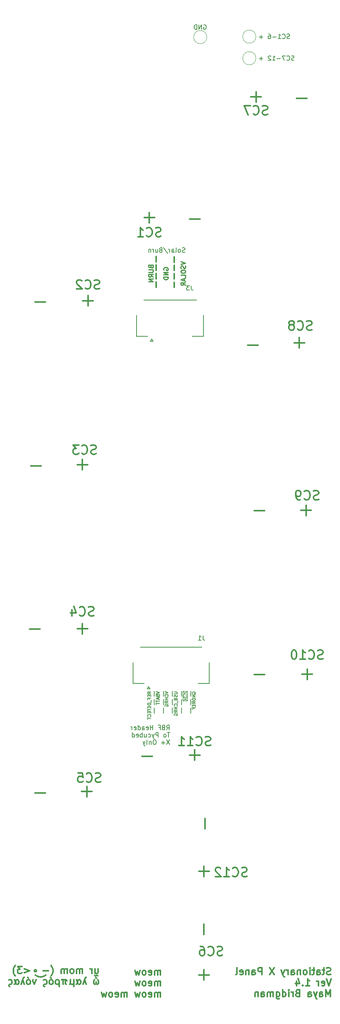
<source format=gbo>
%TF.GenerationSoftware,KiCad,Pcbnew,8.0.8*%
%TF.CreationDate,2025-03-15T17:23:43-07:00*%
%TF.ProjectId,Stationary_X_Panel,53746174-696f-46e6-9172-795f585f5061,1.4*%
%TF.SameCoordinates,Original*%
%TF.FileFunction,Legend,Bot*%
%TF.FilePolarity,Positive*%
%FSLAX46Y46*%
G04 Gerber Fmt 4.6, Leading zero omitted, Abs format (unit mm)*
G04 Created by KiCad (PCBNEW 8.0.8) date 2025-03-15 17:23:43*
%MOMM*%
%LPD*%
G01*
G04 APERTURE LIST*
%ADD10C,0.300000*%
%ADD11C,0.175000*%
%ADD12C,0.200000*%
%ADD13C,0.250000*%
%ADD14C,0.150000*%
%ADD15C,0.127000*%
%ADD16C,0.120000*%
%ADD17C,0.010000*%
%ADD18C,2.600000*%
%ADD19C,3.800000*%
%ADD20C,3.000000*%
%ADD21C,2.500000*%
G04 APERTURE END LIST*
D10*
X104891917Y-230849568D02*
X104677632Y-230920996D01*
X104677632Y-230920996D02*
X104320489Y-230920996D01*
X104320489Y-230920996D02*
X104177632Y-230849568D01*
X104177632Y-230849568D02*
X104106203Y-230778139D01*
X104106203Y-230778139D02*
X104034774Y-230635282D01*
X104034774Y-230635282D02*
X104034774Y-230492425D01*
X104034774Y-230492425D02*
X104106203Y-230349568D01*
X104106203Y-230349568D02*
X104177632Y-230278139D01*
X104177632Y-230278139D02*
X104320489Y-230206710D01*
X104320489Y-230206710D02*
X104606203Y-230135282D01*
X104606203Y-230135282D02*
X104749060Y-230063853D01*
X104749060Y-230063853D02*
X104820489Y-229992425D01*
X104820489Y-229992425D02*
X104891917Y-229849568D01*
X104891917Y-229849568D02*
X104891917Y-229706710D01*
X104891917Y-229706710D02*
X104820489Y-229563853D01*
X104820489Y-229563853D02*
X104749060Y-229492425D01*
X104749060Y-229492425D02*
X104606203Y-229420996D01*
X104606203Y-229420996D02*
X104249060Y-229420996D01*
X104249060Y-229420996D02*
X104034774Y-229492425D01*
X103606203Y-229920996D02*
X103034775Y-229920996D01*
X103391918Y-229420996D02*
X103391918Y-230706710D01*
X103391918Y-230706710D02*
X103320489Y-230849568D01*
X103320489Y-230849568D02*
X103177632Y-230920996D01*
X103177632Y-230920996D02*
X103034775Y-230920996D01*
X101891918Y-230920996D02*
X101891918Y-230135282D01*
X101891918Y-230135282D02*
X101963346Y-229992425D01*
X101963346Y-229992425D02*
X102106203Y-229920996D01*
X102106203Y-229920996D02*
X102391918Y-229920996D01*
X102391918Y-229920996D02*
X102534775Y-229992425D01*
X101891918Y-230849568D02*
X102034775Y-230920996D01*
X102034775Y-230920996D02*
X102391918Y-230920996D01*
X102391918Y-230920996D02*
X102534775Y-230849568D01*
X102534775Y-230849568D02*
X102606203Y-230706710D01*
X102606203Y-230706710D02*
X102606203Y-230563853D01*
X102606203Y-230563853D02*
X102534775Y-230420996D01*
X102534775Y-230420996D02*
X102391918Y-230349568D01*
X102391918Y-230349568D02*
X102034775Y-230349568D01*
X102034775Y-230349568D02*
X101891918Y-230278139D01*
X101391917Y-229920996D02*
X100820489Y-229920996D01*
X101177632Y-229420996D02*
X101177632Y-230706710D01*
X101177632Y-230706710D02*
X101106203Y-230849568D01*
X101106203Y-230849568D02*
X100963346Y-230920996D01*
X100963346Y-230920996D02*
X100820489Y-230920996D01*
X100320489Y-230920996D02*
X100320489Y-229920996D01*
X100320489Y-229420996D02*
X100391917Y-229492425D01*
X100391917Y-229492425D02*
X100320489Y-229563853D01*
X100320489Y-229563853D02*
X100249060Y-229492425D01*
X100249060Y-229492425D02*
X100320489Y-229420996D01*
X100320489Y-229420996D02*
X100320489Y-229563853D01*
X99391917Y-230920996D02*
X99534774Y-230849568D01*
X99534774Y-230849568D02*
X99606203Y-230778139D01*
X99606203Y-230778139D02*
X99677631Y-230635282D01*
X99677631Y-230635282D02*
X99677631Y-230206710D01*
X99677631Y-230206710D02*
X99606203Y-230063853D01*
X99606203Y-230063853D02*
X99534774Y-229992425D01*
X99534774Y-229992425D02*
X99391917Y-229920996D01*
X99391917Y-229920996D02*
X99177631Y-229920996D01*
X99177631Y-229920996D02*
X99034774Y-229992425D01*
X99034774Y-229992425D02*
X98963346Y-230063853D01*
X98963346Y-230063853D02*
X98891917Y-230206710D01*
X98891917Y-230206710D02*
X98891917Y-230635282D01*
X98891917Y-230635282D02*
X98963346Y-230778139D01*
X98963346Y-230778139D02*
X99034774Y-230849568D01*
X99034774Y-230849568D02*
X99177631Y-230920996D01*
X99177631Y-230920996D02*
X99391917Y-230920996D01*
X98249060Y-229920996D02*
X98249060Y-230920996D01*
X98249060Y-230063853D02*
X98177631Y-229992425D01*
X98177631Y-229992425D02*
X98034774Y-229920996D01*
X98034774Y-229920996D02*
X97820488Y-229920996D01*
X97820488Y-229920996D02*
X97677631Y-229992425D01*
X97677631Y-229992425D02*
X97606203Y-230135282D01*
X97606203Y-230135282D02*
X97606203Y-230920996D01*
X96249060Y-230920996D02*
X96249060Y-230135282D01*
X96249060Y-230135282D02*
X96320488Y-229992425D01*
X96320488Y-229992425D02*
X96463345Y-229920996D01*
X96463345Y-229920996D02*
X96749060Y-229920996D01*
X96749060Y-229920996D02*
X96891917Y-229992425D01*
X96249060Y-230849568D02*
X96391917Y-230920996D01*
X96391917Y-230920996D02*
X96749060Y-230920996D01*
X96749060Y-230920996D02*
X96891917Y-230849568D01*
X96891917Y-230849568D02*
X96963345Y-230706710D01*
X96963345Y-230706710D02*
X96963345Y-230563853D01*
X96963345Y-230563853D02*
X96891917Y-230420996D01*
X96891917Y-230420996D02*
X96749060Y-230349568D01*
X96749060Y-230349568D02*
X96391917Y-230349568D01*
X96391917Y-230349568D02*
X96249060Y-230278139D01*
X95534774Y-230920996D02*
X95534774Y-229920996D01*
X95534774Y-230206710D02*
X95463345Y-230063853D01*
X95463345Y-230063853D02*
X95391917Y-229992425D01*
X95391917Y-229992425D02*
X95249059Y-229920996D01*
X95249059Y-229920996D02*
X95106202Y-229920996D01*
X94749060Y-229920996D02*
X94391917Y-230920996D01*
X94034774Y-229920996D02*
X94391917Y-230920996D01*
X94391917Y-230920996D02*
X94534774Y-231278139D01*
X94534774Y-231278139D02*
X94606203Y-231349568D01*
X94606203Y-231349568D02*
X94749060Y-231420996D01*
X92463346Y-229420996D02*
X91463346Y-230920996D01*
X91463346Y-229420996D02*
X92463346Y-230920996D01*
X89749061Y-230920996D02*
X89749061Y-229420996D01*
X89749061Y-229420996D02*
X89177632Y-229420996D01*
X89177632Y-229420996D02*
X89034775Y-229492425D01*
X89034775Y-229492425D02*
X88963346Y-229563853D01*
X88963346Y-229563853D02*
X88891918Y-229706710D01*
X88891918Y-229706710D02*
X88891918Y-229920996D01*
X88891918Y-229920996D02*
X88963346Y-230063853D01*
X88963346Y-230063853D02*
X89034775Y-230135282D01*
X89034775Y-230135282D02*
X89177632Y-230206710D01*
X89177632Y-230206710D02*
X89749061Y-230206710D01*
X87606204Y-230920996D02*
X87606204Y-230135282D01*
X87606204Y-230135282D02*
X87677632Y-229992425D01*
X87677632Y-229992425D02*
X87820489Y-229920996D01*
X87820489Y-229920996D02*
X88106204Y-229920996D01*
X88106204Y-229920996D02*
X88249061Y-229992425D01*
X87606204Y-230849568D02*
X87749061Y-230920996D01*
X87749061Y-230920996D02*
X88106204Y-230920996D01*
X88106204Y-230920996D02*
X88249061Y-230849568D01*
X88249061Y-230849568D02*
X88320489Y-230706710D01*
X88320489Y-230706710D02*
X88320489Y-230563853D01*
X88320489Y-230563853D02*
X88249061Y-230420996D01*
X88249061Y-230420996D02*
X88106204Y-230349568D01*
X88106204Y-230349568D02*
X87749061Y-230349568D01*
X87749061Y-230349568D02*
X87606204Y-230278139D01*
X86891918Y-229920996D02*
X86891918Y-230920996D01*
X86891918Y-230063853D02*
X86820489Y-229992425D01*
X86820489Y-229992425D02*
X86677632Y-229920996D01*
X86677632Y-229920996D02*
X86463346Y-229920996D01*
X86463346Y-229920996D02*
X86320489Y-229992425D01*
X86320489Y-229992425D02*
X86249061Y-230135282D01*
X86249061Y-230135282D02*
X86249061Y-230920996D01*
X84963346Y-230849568D02*
X85106203Y-230920996D01*
X85106203Y-230920996D02*
X85391918Y-230920996D01*
X85391918Y-230920996D02*
X85534775Y-230849568D01*
X85534775Y-230849568D02*
X85606203Y-230706710D01*
X85606203Y-230706710D02*
X85606203Y-230135282D01*
X85606203Y-230135282D02*
X85534775Y-229992425D01*
X85534775Y-229992425D02*
X85391918Y-229920996D01*
X85391918Y-229920996D02*
X85106203Y-229920996D01*
X85106203Y-229920996D02*
X84963346Y-229992425D01*
X84963346Y-229992425D02*
X84891918Y-230135282D01*
X84891918Y-230135282D02*
X84891918Y-230278139D01*
X84891918Y-230278139D02*
X85606203Y-230420996D01*
X84034775Y-230920996D02*
X84177632Y-230849568D01*
X84177632Y-230849568D02*
X84249061Y-230706710D01*
X84249061Y-230706710D02*
X84249061Y-229420996D01*
X105034774Y-231835912D02*
X104534774Y-233335912D01*
X104534774Y-233335912D02*
X104034774Y-231835912D01*
X102963346Y-233264484D02*
X103106203Y-233335912D01*
X103106203Y-233335912D02*
X103391918Y-233335912D01*
X103391918Y-233335912D02*
X103534775Y-233264484D01*
X103534775Y-233264484D02*
X103606203Y-233121626D01*
X103606203Y-233121626D02*
X103606203Y-232550198D01*
X103606203Y-232550198D02*
X103534775Y-232407341D01*
X103534775Y-232407341D02*
X103391918Y-232335912D01*
X103391918Y-232335912D02*
X103106203Y-232335912D01*
X103106203Y-232335912D02*
X102963346Y-232407341D01*
X102963346Y-232407341D02*
X102891918Y-232550198D01*
X102891918Y-232550198D02*
X102891918Y-232693055D01*
X102891918Y-232693055D02*
X103606203Y-232835912D01*
X102249061Y-233335912D02*
X102249061Y-232335912D01*
X102249061Y-232621626D02*
X102177632Y-232478769D01*
X102177632Y-232478769D02*
X102106204Y-232407341D01*
X102106204Y-232407341D02*
X101963346Y-232335912D01*
X101963346Y-232335912D02*
X101820489Y-232335912D01*
X99391918Y-233335912D02*
X100249061Y-233335912D01*
X99820490Y-233335912D02*
X99820490Y-231835912D01*
X99820490Y-231835912D02*
X99963347Y-232050198D01*
X99963347Y-232050198D02*
X100106204Y-232193055D01*
X100106204Y-232193055D02*
X100249061Y-232264484D01*
X98749062Y-233193055D02*
X98677633Y-233264484D01*
X98677633Y-233264484D02*
X98749062Y-233335912D01*
X98749062Y-233335912D02*
X98820490Y-233264484D01*
X98820490Y-233264484D02*
X98749062Y-233193055D01*
X98749062Y-233193055D02*
X98749062Y-233335912D01*
X97391919Y-232335912D02*
X97391919Y-233335912D01*
X97749061Y-231764484D02*
X98106204Y-232835912D01*
X98106204Y-232835912D02*
X97177633Y-232835912D01*
X104820489Y-235750828D02*
X104820489Y-234250828D01*
X104820489Y-234250828D02*
X104320489Y-235322257D01*
X104320489Y-235322257D02*
X103820489Y-234250828D01*
X103820489Y-234250828D02*
X103820489Y-235750828D01*
X102463346Y-235750828D02*
X102463346Y-234965114D01*
X102463346Y-234965114D02*
X102534774Y-234822257D01*
X102534774Y-234822257D02*
X102677631Y-234750828D01*
X102677631Y-234750828D02*
X102963346Y-234750828D01*
X102963346Y-234750828D02*
X103106203Y-234822257D01*
X102463346Y-235679400D02*
X102606203Y-235750828D01*
X102606203Y-235750828D02*
X102963346Y-235750828D01*
X102963346Y-235750828D02*
X103106203Y-235679400D01*
X103106203Y-235679400D02*
X103177631Y-235536542D01*
X103177631Y-235536542D02*
X103177631Y-235393685D01*
X103177631Y-235393685D02*
X103106203Y-235250828D01*
X103106203Y-235250828D02*
X102963346Y-235179400D01*
X102963346Y-235179400D02*
X102606203Y-235179400D01*
X102606203Y-235179400D02*
X102463346Y-235107971D01*
X101891917Y-234750828D02*
X101534774Y-235750828D01*
X101177631Y-234750828D02*
X101534774Y-235750828D01*
X101534774Y-235750828D02*
X101677631Y-236107971D01*
X101677631Y-236107971D02*
X101749060Y-236179400D01*
X101749060Y-236179400D02*
X101891917Y-236250828D01*
X99963346Y-235750828D02*
X99963346Y-234965114D01*
X99963346Y-234965114D02*
X100034774Y-234822257D01*
X100034774Y-234822257D02*
X100177631Y-234750828D01*
X100177631Y-234750828D02*
X100463346Y-234750828D01*
X100463346Y-234750828D02*
X100606203Y-234822257D01*
X99963346Y-235679400D02*
X100106203Y-235750828D01*
X100106203Y-235750828D02*
X100463346Y-235750828D01*
X100463346Y-235750828D02*
X100606203Y-235679400D01*
X100606203Y-235679400D02*
X100677631Y-235536542D01*
X100677631Y-235536542D02*
X100677631Y-235393685D01*
X100677631Y-235393685D02*
X100606203Y-235250828D01*
X100606203Y-235250828D02*
X100463346Y-235179400D01*
X100463346Y-235179400D02*
X100106203Y-235179400D01*
X100106203Y-235179400D02*
X99963346Y-235107971D01*
X97606203Y-234965114D02*
X97391917Y-235036542D01*
X97391917Y-235036542D02*
X97320488Y-235107971D01*
X97320488Y-235107971D02*
X97249060Y-235250828D01*
X97249060Y-235250828D02*
X97249060Y-235465114D01*
X97249060Y-235465114D02*
X97320488Y-235607971D01*
X97320488Y-235607971D02*
X97391917Y-235679400D01*
X97391917Y-235679400D02*
X97534774Y-235750828D01*
X97534774Y-235750828D02*
X98106203Y-235750828D01*
X98106203Y-235750828D02*
X98106203Y-234250828D01*
X98106203Y-234250828D02*
X97606203Y-234250828D01*
X97606203Y-234250828D02*
X97463346Y-234322257D01*
X97463346Y-234322257D02*
X97391917Y-234393685D01*
X97391917Y-234393685D02*
X97320488Y-234536542D01*
X97320488Y-234536542D02*
X97320488Y-234679400D01*
X97320488Y-234679400D02*
X97391917Y-234822257D01*
X97391917Y-234822257D02*
X97463346Y-234893685D01*
X97463346Y-234893685D02*
X97606203Y-234965114D01*
X97606203Y-234965114D02*
X98106203Y-234965114D01*
X96606203Y-235750828D02*
X96606203Y-234750828D01*
X96606203Y-235036542D02*
X96534774Y-234893685D01*
X96534774Y-234893685D02*
X96463346Y-234822257D01*
X96463346Y-234822257D02*
X96320488Y-234750828D01*
X96320488Y-234750828D02*
X96177631Y-234750828D01*
X95677632Y-235750828D02*
X95677632Y-234750828D01*
X95677632Y-234250828D02*
X95749060Y-234322257D01*
X95749060Y-234322257D02*
X95677632Y-234393685D01*
X95677632Y-234393685D02*
X95606203Y-234322257D01*
X95606203Y-234322257D02*
X95677632Y-234250828D01*
X95677632Y-234250828D02*
X95677632Y-234393685D01*
X94320489Y-235750828D02*
X94320489Y-234250828D01*
X94320489Y-235679400D02*
X94463346Y-235750828D01*
X94463346Y-235750828D02*
X94749060Y-235750828D01*
X94749060Y-235750828D02*
X94891917Y-235679400D01*
X94891917Y-235679400D02*
X94963346Y-235607971D01*
X94963346Y-235607971D02*
X95034774Y-235465114D01*
X95034774Y-235465114D02*
X95034774Y-235036542D01*
X95034774Y-235036542D02*
X94963346Y-234893685D01*
X94963346Y-234893685D02*
X94891917Y-234822257D01*
X94891917Y-234822257D02*
X94749060Y-234750828D01*
X94749060Y-234750828D02*
X94463346Y-234750828D01*
X94463346Y-234750828D02*
X94320489Y-234822257D01*
X92963346Y-234750828D02*
X92963346Y-235965114D01*
X92963346Y-235965114D02*
X93034774Y-236107971D01*
X93034774Y-236107971D02*
X93106203Y-236179400D01*
X93106203Y-236179400D02*
X93249060Y-236250828D01*
X93249060Y-236250828D02*
X93463346Y-236250828D01*
X93463346Y-236250828D02*
X93606203Y-236179400D01*
X92963346Y-235679400D02*
X93106203Y-235750828D01*
X93106203Y-235750828D02*
X93391917Y-235750828D01*
X93391917Y-235750828D02*
X93534774Y-235679400D01*
X93534774Y-235679400D02*
X93606203Y-235607971D01*
X93606203Y-235607971D02*
X93677631Y-235465114D01*
X93677631Y-235465114D02*
X93677631Y-235036542D01*
X93677631Y-235036542D02*
X93606203Y-234893685D01*
X93606203Y-234893685D02*
X93534774Y-234822257D01*
X93534774Y-234822257D02*
X93391917Y-234750828D01*
X93391917Y-234750828D02*
X93106203Y-234750828D01*
X93106203Y-234750828D02*
X92963346Y-234822257D01*
X92249060Y-235750828D02*
X92249060Y-234750828D01*
X92249060Y-234893685D02*
X92177631Y-234822257D01*
X92177631Y-234822257D02*
X92034774Y-234750828D01*
X92034774Y-234750828D02*
X91820488Y-234750828D01*
X91820488Y-234750828D02*
X91677631Y-234822257D01*
X91677631Y-234822257D02*
X91606203Y-234965114D01*
X91606203Y-234965114D02*
X91606203Y-235750828D01*
X91606203Y-234965114D02*
X91534774Y-234822257D01*
X91534774Y-234822257D02*
X91391917Y-234750828D01*
X91391917Y-234750828D02*
X91177631Y-234750828D01*
X91177631Y-234750828D02*
X91034774Y-234822257D01*
X91034774Y-234822257D02*
X90963345Y-234965114D01*
X90963345Y-234965114D02*
X90963345Y-235750828D01*
X89606203Y-235750828D02*
X89606203Y-234965114D01*
X89606203Y-234965114D02*
X89677631Y-234822257D01*
X89677631Y-234822257D02*
X89820488Y-234750828D01*
X89820488Y-234750828D02*
X90106203Y-234750828D01*
X90106203Y-234750828D02*
X90249060Y-234822257D01*
X89606203Y-235679400D02*
X89749060Y-235750828D01*
X89749060Y-235750828D02*
X90106203Y-235750828D01*
X90106203Y-235750828D02*
X90249060Y-235679400D01*
X90249060Y-235679400D02*
X90320488Y-235536542D01*
X90320488Y-235536542D02*
X90320488Y-235393685D01*
X90320488Y-235393685D02*
X90249060Y-235250828D01*
X90249060Y-235250828D02*
X90106203Y-235179400D01*
X90106203Y-235179400D02*
X89749060Y-235179400D01*
X89749060Y-235179400D02*
X89606203Y-235107971D01*
X88891917Y-234750828D02*
X88891917Y-235750828D01*
X88891917Y-234893685D02*
X88820488Y-234822257D01*
X88820488Y-234822257D02*
X88677631Y-234750828D01*
X88677631Y-234750828D02*
X88463345Y-234750828D01*
X88463345Y-234750828D02*
X88320488Y-234822257D01*
X88320488Y-234822257D02*
X88249060Y-234965114D01*
X88249060Y-234965114D02*
X88249060Y-235750828D01*
X78476190Y-180564400D02*
X78190476Y-180659638D01*
X78190476Y-180659638D02*
X77714285Y-180659638D01*
X77714285Y-180659638D02*
X77523809Y-180564400D01*
X77523809Y-180564400D02*
X77428571Y-180469161D01*
X77428571Y-180469161D02*
X77333333Y-180278685D01*
X77333333Y-180278685D02*
X77333333Y-180088209D01*
X77333333Y-180088209D02*
X77428571Y-179897733D01*
X77428571Y-179897733D02*
X77523809Y-179802495D01*
X77523809Y-179802495D02*
X77714285Y-179707257D01*
X77714285Y-179707257D02*
X78095238Y-179612019D01*
X78095238Y-179612019D02*
X78285714Y-179516780D01*
X78285714Y-179516780D02*
X78380952Y-179421542D01*
X78380952Y-179421542D02*
X78476190Y-179231066D01*
X78476190Y-179231066D02*
X78476190Y-179040590D01*
X78476190Y-179040590D02*
X78380952Y-178850114D01*
X78380952Y-178850114D02*
X78285714Y-178754876D01*
X78285714Y-178754876D02*
X78095238Y-178659638D01*
X78095238Y-178659638D02*
X77619047Y-178659638D01*
X77619047Y-178659638D02*
X77333333Y-178754876D01*
X75333333Y-180469161D02*
X75428571Y-180564400D01*
X75428571Y-180564400D02*
X75714285Y-180659638D01*
X75714285Y-180659638D02*
X75904761Y-180659638D01*
X75904761Y-180659638D02*
X76190476Y-180564400D01*
X76190476Y-180564400D02*
X76380952Y-180373923D01*
X76380952Y-180373923D02*
X76476190Y-180183447D01*
X76476190Y-180183447D02*
X76571428Y-179802495D01*
X76571428Y-179802495D02*
X76571428Y-179516780D01*
X76571428Y-179516780D02*
X76476190Y-179135828D01*
X76476190Y-179135828D02*
X76380952Y-178945352D01*
X76380952Y-178945352D02*
X76190476Y-178754876D01*
X76190476Y-178754876D02*
X75904761Y-178659638D01*
X75904761Y-178659638D02*
X75714285Y-178659638D01*
X75714285Y-178659638D02*
X75428571Y-178754876D01*
X75428571Y-178754876D02*
X75333333Y-178850114D01*
X73428571Y-180659638D02*
X74571428Y-180659638D01*
X74000000Y-180659638D02*
X74000000Y-178659638D01*
X74000000Y-178659638D02*
X74190476Y-178945352D01*
X74190476Y-178945352D02*
X74380952Y-179135828D01*
X74380952Y-179135828D02*
X74571428Y-179231066D01*
X71523809Y-180659638D02*
X72666666Y-180659638D01*
X72095238Y-180659638D02*
X72095238Y-178659638D01*
X72095238Y-178659638D02*
X72285714Y-178945352D01*
X72285714Y-178945352D02*
X72476190Y-179135828D01*
X72476190Y-179135828D02*
X72666666Y-179231066D01*
X52392857Y-190729400D02*
X50107143Y-190729400D01*
X51250000Y-191872257D02*
X51250000Y-189586542D01*
X51392857Y-118979400D02*
X49107143Y-118979400D01*
X50250000Y-120122257D02*
X50250000Y-117836542D01*
X78142857Y-230979400D02*
X75857143Y-230979400D01*
X77000000Y-232122257D02*
X77000000Y-229836542D01*
X63357142Y-183020600D02*
X65642857Y-183020600D01*
D11*
X70452233Y-168874297D02*
X71018900Y-168874297D01*
X71018900Y-168874297D02*
X71085566Y-168907631D01*
X71085566Y-168907631D02*
X71118900Y-168940964D01*
X71118900Y-168940964D02*
X71152233Y-169007631D01*
X71152233Y-169007631D02*
X71152233Y-169140964D01*
X71152233Y-169140964D02*
X71118900Y-169207631D01*
X71118900Y-169207631D02*
X71085566Y-169240964D01*
X71085566Y-169240964D02*
X71018900Y-169274297D01*
X71018900Y-169274297D02*
X70452233Y-169274297D01*
X71118900Y-169574297D02*
X71152233Y-169674297D01*
X71152233Y-169674297D02*
X71152233Y-169840964D01*
X71152233Y-169840964D02*
X71118900Y-169907630D01*
X71118900Y-169907630D02*
X71085566Y-169940964D01*
X71085566Y-169940964D02*
X71018900Y-169974297D01*
X71018900Y-169974297D02*
X70952233Y-169974297D01*
X70952233Y-169974297D02*
X70885566Y-169940964D01*
X70885566Y-169940964D02*
X70852233Y-169907630D01*
X70852233Y-169907630D02*
X70818900Y-169840964D01*
X70818900Y-169840964D02*
X70785566Y-169707630D01*
X70785566Y-169707630D02*
X70752233Y-169640964D01*
X70752233Y-169640964D02*
X70718900Y-169607630D01*
X70718900Y-169607630D02*
X70652233Y-169574297D01*
X70652233Y-169574297D02*
X70585566Y-169574297D01*
X70585566Y-169574297D02*
X70518900Y-169607630D01*
X70518900Y-169607630D02*
X70485566Y-169640964D01*
X70485566Y-169640964D02*
X70452233Y-169707630D01*
X70452233Y-169707630D02*
X70452233Y-169874297D01*
X70452233Y-169874297D02*
X70485566Y-169974297D01*
X70785566Y-170507631D02*
X70818900Y-170607631D01*
X70818900Y-170607631D02*
X70852233Y-170640964D01*
X70852233Y-170640964D02*
X70918900Y-170674297D01*
X70918900Y-170674297D02*
X71018900Y-170674297D01*
X71018900Y-170674297D02*
X71085566Y-170640964D01*
X71085566Y-170640964D02*
X71118900Y-170607631D01*
X71118900Y-170607631D02*
X71152233Y-170540964D01*
X71152233Y-170540964D02*
X71152233Y-170274297D01*
X71152233Y-170274297D02*
X70452233Y-170274297D01*
X70452233Y-170274297D02*
X70452233Y-170507631D01*
X70452233Y-170507631D02*
X70485566Y-170574297D01*
X70485566Y-170574297D02*
X70518900Y-170607631D01*
X70518900Y-170607631D02*
X70585566Y-170640964D01*
X70585566Y-170640964D02*
X70652233Y-170640964D01*
X70652233Y-170640964D02*
X70718900Y-170607631D01*
X70718900Y-170607631D02*
X70752233Y-170574297D01*
X70752233Y-170574297D02*
X70785566Y-170507631D01*
X70785566Y-170507631D02*
X70785566Y-170274297D01*
X71218900Y-170807631D02*
X71218900Y-171340964D01*
X71085566Y-171907630D02*
X71118900Y-171874297D01*
X71118900Y-171874297D02*
X71152233Y-171774297D01*
X71152233Y-171774297D02*
X71152233Y-171707630D01*
X71152233Y-171707630D02*
X71118900Y-171607630D01*
X71118900Y-171607630D02*
X71052233Y-171540964D01*
X71052233Y-171540964D02*
X70985566Y-171507630D01*
X70985566Y-171507630D02*
X70852233Y-171474297D01*
X70852233Y-171474297D02*
X70752233Y-171474297D01*
X70752233Y-171474297D02*
X70618900Y-171507630D01*
X70618900Y-171507630D02*
X70552233Y-171540964D01*
X70552233Y-171540964D02*
X70485566Y-171607630D01*
X70485566Y-171607630D02*
X70452233Y-171707630D01*
X70452233Y-171707630D02*
X70452233Y-171774297D01*
X70452233Y-171774297D02*
X70485566Y-171874297D01*
X70485566Y-171874297D02*
X70518900Y-171907630D01*
X71152233Y-172207630D02*
X70452233Y-172207630D01*
X70785566Y-172207630D02*
X70785566Y-172607630D01*
X71152233Y-172607630D02*
X70452233Y-172607630D01*
X71152233Y-173340963D02*
X70818900Y-173107630D01*
X71152233Y-172940963D02*
X70452233Y-172940963D01*
X70452233Y-172940963D02*
X70452233Y-173207630D01*
X70452233Y-173207630D02*
X70485566Y-173274297D01*
X70485566Y-173274297D02*
X70518900Y-173307630D01*
X70518900Y-173307630D02*
X70585566Y-173340963D01*
X70585566Y-173340963D02*
X70685566Y-173340963D01*
X70685566Y-173340963D02*
X70752233Y-173307630D01*
X70752233Y-173307630D02*
X70785566Y-173274297D01*
X70785566Y-173274297D02*
X70818900Y-173207630D01*
X70818900Y-173207630D02*
X70818900Y-172940963D01*
X70485566Y-174007630D02*
X70452233Y-173940963D01*
X70452233Y-173940963D02*
X70452233Y-173840963D01*
X70452233Y-173840963D02*
X70485566Y-173740963D01*
X70485566Y-173740963D02*
X70552233Y-173674297D01*
X70552233Y-173674297D02*
X70618900Y-173640963D01*
X70618900Y-173640963D02*
X70752233Y-173607630D01*
X70752233Y-173607630D02*
X70852233Y-173607630D01*
X70852233Y-173607630D02*
X70985566Y-173640963D01*
X70985566Y-173640963D02*
X71052233Y-173674297D01*
X71052233Y-173674297D02*
X71118900Y-173740963D01*
X71118900Y-173740963D02*
X71152233Y-173840963D01*
X71152233Y-173840963D02*
X71152233Y-173907630D01*
X71152233Y-173907630D02*
X71118900Y-174007630D01*
X71118900Y-174007630D02*
X71085566Y-174040963D01*
X71085566Y-174040963D02*
X70852233Y-174040963D01*
X70852233Y-174040963D02*
X70852233Y-173907630D01*
D10*
X76142857Y-182729400D02*
X73857143Y-182729400D01*
X75000000Y-183872257D02*
X75000000Y-181586542D01*
X67445489Y-230970996D02*
X67445489Y-229970996D01*
X67445489Y-230113853D02*
X67374060Y-230042425D01*
X67374060Y-230042425D02*
X67231203Y-229970996D01*
X67231203Y-229970996D02*
X67016917Y-229970996D01*
X67016917Y-229970996D02*
X66874060Y-230042425D01*
X66874060Y-230042425D02*
X66802632Y-230185282D01*
X66802632Y-230185282D02*
X66802632Y-230970996D01*
X66802632Y-230185282D02*
X66731203Y-230042425D01*
X66731203Y-230042425D02*
X66588346Y-229970996D01*
X66588346Y-229970996D02*
X66374060Y-229970996D01*
X66374060Y-229970996D02*
X66231203Y-230042425D01*
X66231203Y-230042425D02*
X66159774Y-230185282D01*
X66159774Y-230185282D02*
X66159774Y-230970996D01*
X64874060Y-230899568D02*
X65016917Y-230970996D01*
X65016917Y-230970996D02*
X65302632Y-230970996D01*
X65302632Y-230970996D02*
X65445489Y-230899568D01*
X65445489Y-230899568D02*
X65516917Y-230756710D01*
X65516917Y-230756710D02*
X65516917Y-230185282D01*
X65516917Y-230185282D02*
X65445489Y-230042425D01*
X65445489Y-230042425D02*
X65302632Y-229970996D01*
X65302632Y-229970996D02*
X65016917Y-229970996D01*
X65016917Y-229970996D02*
X64874060Y-230042425D01*
X64874060Y-230042425D02*
X64802632Y-230185282D01*
X64802632Y-230185282D02*
X64802632Y-230328139D01*
X64802632Y-230328139D02*
X65516917Y-230470996D01*
X63945489Y-230970996D02*
X64088346Y-230899568D01*
X64088346Y-230899568D02*
X64159775Y-230828139D01*
X64159775Y-230828139D02*
X64231203Y-230685282D01*
X64231203Y-230685282D02*
X64231203Y-230256710D01*
X64231203Y-230256710D02*
X64159775Y-230113853D01*
X64159775Y-230113853D02*
X64088346Y-230042425D01*
X64088346Y-230042425D02*
X63945489Y-229970996D01*
X63945489Y-229970996D02*
X63731203Y-229970996D01*
X63731203Y-229970996D02*
X63588346Y-230042425D01*
X63588346Y-230042425D02*
X63516918Y-230113853D01*
X63516918Y-230113853D02*
X63445489Y-230256710D01*
X63445489Y-230256710D02*
X63445489Y-230685282D01*
X63445489Y-230685282D02*
X63516918Y-230828139D01*
X63516918Y-230828139D02*
X63588346Y-230899568D01*
X63588346Y-230899568D02*
X63731203Y-230970996D01*
X63731203Y-230970996D02*
X63945489Y-230970996D01*
X62945489Y-229970996D02*
X62659775Y-230970996D01*
X62659775Y-230970996D02*
X62374060Y-230256710D01*
X62374060Y-230256710D02*
X62088346Y-230970996D01*
X62088346Y-230970996D02*
X61802632Y-229970996D01*
X67445489Y-233385912D02*
X67445489Y-232385912D01*
X67445489Y-232528769D02*
X67374060Y-232457341D01*
X67374060Y-232457341D02*
X67231203Y-232385912D01*
X67231203Y-232385912D02*
X67016917Y-232385912D01*
X67016917Y-232385912D02*
X66874060Y-232457341D01*
X66874060Y-232457341D02*
X66802632Y-232600198D01*
X66802632Y-232600198D02*
X66802632Y-233385912D01*
X66802632Y-232600198D02*
X66731203Y-232457341D01*
X66731203Y-232457341D02*
X66588346Y-232385912D01*
X66588346Y-232385912D02*
X66374060Y-232385912D01*
X66374060Y-232385912D02*
X66231203Y-232457341D01*
X66231203Y-232457341D02*
X66159774Y-232600198D01*
X66159774Y-232600198D02*
X66159774Y-233385912D01*
X64874060Y-233314484D02*
X65016917Y-233385912D01*
X65016917Y-233385912D02*
X65302632Y-233385912D01*
X65302632Y-233385912D02*
X65445489Y-233314484D01*
X65445489Y-233314484D02*
X65516917Y-233171626D01*
X65516917Y-233171626D02*
X65516917Y-232600198D01*
X65516917Y-232600198D02*
X65445489Y-232457341D01*
X65445489Y-232457341D02*
X65302632Y-232385912D01*
X65302632Y-232385912D02*
X65016917Y-232385912D01*
X65016917Y-232385912D02*
X64874060Y-232457341D01*
X64874060Y-232457341D02*
X64802632Y-232600198D01*
X64802632Y-232600198D02*
X64802632Y-232743055D01*
X64802632Y-232743055D02*
X65516917Y-232885912D01*
X63945489Y-233385912D02*
X64088346Y-233314484D01*
X64088346Y-233314484D02*
X64159775Y-233243055D01*
X64159775Y-233243055D02*
X64231203Y-233100198D01*
X64231203Y-233100198D02*
X64231203Y-232671626D01*
X64231203Y-232671626D02*
X64159775Y-232528769D01*
X64159775Y-232528769D02*
X64088346Y-232457341D01*
X64088346Y-232457341D02*
X63945489Y-232385912D01*
X63945489Y-232385912D02*
X63731203Y-232385912D01*
X63731203Y-232385912D02*
X63588346Y-232457341D01*
X63588346Y-232457341D02*
X63516918Y-232528769D01*
X63516918Y-232528769D02*
X63445489Y-232671626D01*
X63445489Y-232671626D02*
X63445489Y-233100198D01*
X63445489Y-233100198D02*
X63516918Y-233243055D01*
X63516918Y-233243055D02*
X63588346Y-233314484D01*
X63588346Y-233314484D02*
X63731203Y-233385912D01*
X63731203Y-233385912D02*
X63945489Y-233385912D01*
X62945489Y-232385912D02*
X62659775Y-233385912D01*
X62659775Y-233385912D02*
X62374060Y-232671626D01*
X62374060Y-232671626D02*
X62088346Y-233385912D01*
X62088346Y-233385912D02*
X61802632Y-232385912D01*
X67445489Y-235800828D02*
X67445489Y-234800828D01*
X67445489Y-234943685D02*
X67374060Y-234872257D01*
X67374060Y-234872257D02*
X67231203Y-234800828D01*
X67231203Y-234800828D02*
X67016917Y-234800828D01*
X67016917Y-234800828D02*
X66874060Y-234872257D01*
X66874060Y-234872257D02*
X66802632Y-235015114D01*
X66802632Y-235015114D02*
X66802632Y-235800828D01*
X66802632Y-235015114D02*
X66731203Y-234872257D01*
X66731203Y-234872257D02*
X66588346Y-234800828D01*
X66588346Y-234800828D02*
X66374060Y-234800828D01*
X66374060Y-234800828D02*
X66231203Y-234872257D01*
X66231203Y-234872257D02*
X66159774Y-235015114D01*
X66159774Y-235015114D02*
X66159774Y-235800828D01*
X64874060Y-235729400D02*
X65016917Y-235800828D01*
X65016917Y-235800828D02*
X65302632Y-235800828D01*
X65302632Y-235800828D02*
X65445489Y-235729400D01*
X65445489Y-235729400D02*
X65516917Y-235586542D01*
X65516917Y-235586542D02*
X65516917Y-235015114D01*
X65516917Y-235015114D02*
X65445489Y-234872257D01*
X65445489Y-234872257D02*
X65302632Y-234800828D01*
X65302632Y-234800828D02*
X65016917Y-234800828D01*
X65016917Y-234800828D02*
X64874060Y-234872257D01*
X64874060Y-234872257D02*
X64802632Y-235015114D01*
X64802632Y-235015114D02*
X64802632Y-235157971D01*
X64802632Y-235157971D02*
X65516917Y-235300828D01*
X63945489Y-235800828D02*
X64088346Y-235729400D01*
X64088346Y-235729400D02*
X64159775Y-235657971D01*
X64159775Y-235657971D02*
X64231203Y-235515114D01*
X64231203Y-235515114D02*
X64231203Y-235086542D01*
X64231203Y-235086542D02*
X64159775Y-234943685D01*
X64159775Y-234943685D02*
X64088346Y-234872257D01*
X64088346Y-234872257D02*
X63945489Y-234800828D01*
X63945489Y-234800828D02*
X63731203Y-234800828D01*
X63731203Y-234800828D02*
X63588346Y-234872257D01*
X63588346Y-234872257D02*
X63516918Y-234943685D01*
X63516918Y-234943685D02*
X63445489Y-235086542D01*
X63445489Y-235086542D02*
X63445489Y-235515114D01*
X63445489Y-235515114D02*
X63516918Y-235657971D01*
X63516918Y-235657971D02*
X63588346Y-235729400D01*
X63588346Y-235729400D02*
X63731203Y-235800828D01*
X63731203Y-235800828D02*
X63945489Y-235800828D01*
X62945489Y-234800828D02*
X62659775Y-235800828D01*
X62659775Y-235800828D02*
X62374060Y-235086542D01*
X62374060Y-235086542D02*
X62088346Y-235800828D01*
X62088346Y-235800828D02*
X61802632Y-234800828D01*
X60088346Y-235800828D02*
X60088346Y-234800828D01*
X60088346Y-234943685D02*
X60016917Y-234872257D01*
X60016917Y-234872257D02*
X59874060Y-234800828D01*
X59874060Y-234800828D02*
X59659774Y-234800828D01*
X59659774Y-234800828D02*
X59516917Y-234872257D01*
X59516917Y-234872257D02*
X59445489Y-235015114D01*
X59445489Y-235015114D02*
X59445489Y-235800828D01*
X59445489Y-235015114D02*
X59374060Y-234872257D01*
X59374060Y-234872257D02*
X59231203Y-234800828D01*
X59231203Y-234800828D02*
X59016917Y-234800828D01*
X59016917Y-234800828D02*
X58874060Y-234872257D01*
X58874060Y-234872257D02*
X58802631Y-235015114D01*
X58802631Y-235015114D02*
X58802631Y-235800828D01*
X57516917Y-235729400D02*
X57659774Y-235800828D01*
X57659774Y-235800828D02*
X57945489Y-235800828D01*
X57945489Y-235800828D02*
X58088346Y-235729400D01*
X58088346Y-235729400D02*
X58159774Y-235586542D01*
X58159774Y-235586542D02*
X58159774Y-235015114D01*
X58159774Y-235015114D02*
X58088346Y-234872257D01*
X58088346Y-234872257D02*
X57945489Y-234800828D01*
X57945489Y-234800828D02*
X57659774Y-234800828D01*
X57659774Y-234800828D02*
X57516917Y-234872257D01*
X57516917Y-234872257D02*
X57445489Y-235015114D01*
X57445489Y-235015114D02*
X57445489Y-235157971D01*
X57445489Y-235157971D02*
X58159774Y-235300828D01*
X56588346Y-235800828D02*
X56731203Y-235729400D01*
X56731203Y-235729400D02*
X56802632Y-235657971D01*
X56802632Y-235657971D02*
X56874060Y-235515114D01*
X56874060Y-235515114D02*
X56874060Y-235086542D01*
X56874060Y-235086542D02*
X56802632Y-234943685D01*
X56802632Y-234943685D02*
X56731203Y-234872257D01*
X56731203Y-234872257D02*
X56588346Y-234800828D01*
X56588346Y-234800828D02*
X56374060Y-234800828D01*
X56374060Y-234800828D02*
X56231203Y-234872257D01*
X56231203Y-234872257D02*
X56159775Y-234943685D01*
X56159775Y-234943685D02*
X56088346Y-235086542D01*
X56088346Y-235086542D02*
X56088346Y-235515114D01*
X56088346Y-235515114D02*
X56159775Y-235657971D01*
X56159775Y-235657971D02*
X56231203Y-235729400D01*
X56231203Y-235729400D02*
X56374060Y-235800828D01*
X56374060Y-235800828D02*
X56588346Y-235800828D01*
X55588346Y-234800828D02*
X55302632Y-235800828D01*
X55302632Y-235800828D02*
X55016917Y-235086542D01*
X55016917Y-235086542D02*
X54731203Y-235800828D01*
X54731203Y-235800828D02*
X54445489Y-234800828D01*
X100642857Y-128979400D02*
X98357143Y-128979400D01*
X99500000Y-130122257D02*
X99500000Y-127836542D01*
X66479400Y-80020489D02*
X66479400Y-78877632D01*
X66479400Y-78163346D02*
X66479400Y-77020489D01*
X66479400Y-76306203D02*
X66479400Y-75163346D01*
X66479400Y-74449060D02*
X66479400Y-73306203D01*
D12*
X70077150Y-173501279D02*
X70077150Y-172358422D01*
X70077150Y-171644136D02*
X70077150Y-170501279D01*
X70077150Y-169786993D02*
X70077150Y-168644136D01*
D10*
X67523809Y-68814400D02*
X67238095Y-68909638D01*
X67238095Y-68909638D02*
X66761904Y-68909638D01*
X66761904Y-68909638D02*
X66571428Y-68814400D01*
X66571428Y-68814400D02*
X66476190Y-68719161D01*
X66476190Y-68719161D02*
X66380952Y-68528685D01*
X66380952Y-68528685D02*
X66380952Y-68338209D01*
X66380952Y-68338209D02*
X66476190Y-68147733D01*
X66476190Y-68147733D02*
X66571428Y-68052495D01*
X66571428Y-68052495D02*
X66761904Y-67957257D01*
X66761904Y-67957257D02*
X67142857Y-67862019D01*
X67142857Y-67862019D02*
X67333333Y-67766780D01*
X67333333Y-67766780D02*
X67428571Y-67671542D01*
X67428571Y-67671542D02*
X67523809Y-67481066D01*
X67523809Y-67481066D02*
X67523809Y-67290590D01*
X67523809Y-67290590D02*
X67428571Y-67100114D01*
X67428571Y-67100114D02*
X67333333Y-67004876D01*
X67333333Y-67004876D02*
X67142857Y-66909638D01*
X67142857Y-66909638D02*
X66666666Y-66909638D01*
X66666666Y-66909638D02*
X66380952Y-67004876D01*
X64380952Y-68719161D02*
X64476190Y-68814400D01*
X64476190Y-68814400D02*
X64761904Y-68909638D01*
X64761904Y-68909638D02*
X64952380Y-68909638D01*
X64952380Y-68909638D02*
X65238095Y-68814400D01*
X65238095Y-68814400D02*
X65428571Y-68623923D01*
X65428571Y-68623923D02*
X65523809Y-68433447D01*
X65523809Y-68433447D02*
X65619047Y-68052495D01*
X65619047Y-68052495D02*
X65619047Y-67766780D01*
X65619047Y-67766780D02*
X65523809Y-67385828D01*
X65523809Y-67385828D02*
X65428571Y-67195352D01*
X65428571Y-67195352D02*
X65238095Y-67004876D01*
X65238095Y-67004876D02*
X64952380Y-66909638D01*
X64952380Y-66909638D02*
X64761904Y-66909638D01*
X64761904Y-66909638D02*
X64476190Y-67004876D01*
X64476190Y-67004876D02*
X64380952Y-67100114D01*
X62476190Y-68909638D02*
X63619047Y-68909638D01*
X63047619Y-68909638D02*
X63047619Y-66909638D01*
X63047619Y-66909638D02*
X63238095Y-67195352D01*
X63238095Y-67195352D02*
X63428571Y-67385828D01*
X63428571Y-67385828D02*
X63619047Y-67481066D01*
X66142857Y-64729400D02*
X63857143Y-64729400D01*
X65000000Y-65872257D02*
X65000000Y-63586542D01*
X39857142Y-191020600D02*
X42142857Y-191020600D01*
D12*
X72077150Y-173501279D02*
X72077150Y-172358422D01*
X72077150Y-171644136D02*
X72077150Y-170501279D01*
X72077150Y-169786993D02*
X72077150Y-168644136D01*
D10*
X51392857Y-154979400D02*
X49107143Y-154979400D01*
X50250000Y-156122257D02*
X50250000Y-153836542D01*
X99142857Y-92229400D02*
X96857143Y-92229400D01*
X98000000Y-93372257D02*
X98000000Y-91086542D01*
D13*
X65315809Y-75460901D02*
X65363428Y-75603758D01*
X65363428Y-75603758D02*
X65411047Y-75651377D01*
X65411047Y-75651377D02*
X65506285Y-75698996D01*
X65506285Y-75698996D02*
X65649142Y-75698996D01*
X65649142Y-75698996D02*
X65744380Y-75651377D01*
X65744380Y-75651377D02*
X65792000Y-75603758D01*
X65792000Y-75603758D02*
X65839619Y-75508520D01*
X65839619Y-75508520D02*
X65839619Y-75127568D01*
X65839619Y-75127568D02*
X64839619Y-75127568D01*
X64839619Y-75127568D02*
X64839619Y-75460901D01*
X64839619Y-75460901D02*
X64887238Y-75556139D01*
X64887238Y-75556139D02*
X64934857Y-75603758D01*
X64934857Y-75603758D02*
X65030095Y-75651377D01*
X65030095Y-75651377D02*
X65125333Y-75651377D01*
X65125333Y-75651377D02*
X65220571Y-75603758D01*
X65220571Y-75603758D02*
X65268190Y-75556139D01*
X65268190Y-75556139D02*
X65315809Y-75460901D01*
X65315809Y-75460901D02*
X65315809Y-75127568D01*
X64839619Y-76127568D02*
X65649142Y-76127568D01*
X65649142Y-76127568D02*
X65744380Y-76175187D01*
X65744380Y-76175187D02*
X65792000Y-76222806D01*
X65792000Y-76222806D02*
X65839619Y-76318044D01*
X65839619Y-76318044D02*
X65839619Y-76508520D01*
X65839619Y-76508520D02*
X65792000Y-76603758D01*
X65792000Y-76603758D02*
X65744380Y-76651377D01*
X65744380Y-76651377D02*
X65649142Y-76698996D01*
X65649142Y-76698996D02*
X64839619Y-76698996D01*
X65839619Y-77746615D02*
X65363428Y-77413282D01*
X65839619Y-77175187D02*
X64839619Y-77175187D01*
X64839619Y-77175187D02*
X64839619Y-77556139D01*
X64839619Y-77556139D02*
X64887238Y-77651377D01*
X64887238Y-77651377D02*
X64934857Y-77698996D01*
X64934857Y-77698996D02*
X65030095Y-77746615D01*
X65030095Y-77746615D02*
X65172952Y-77746615D01*
X65172952Y-77746615D02*
X65268190Y-77698996D01*
X65268190Y-77698996D02*
X65315809Y-77651377D01*
X65315809Y-77651377D02*
X65363428Y-77556139D01*
X65363428Y-77556139D02*
X65363428Y-77175187D01*
X65839619Y-78175187D02*
X64839619Y-78175187D01*
X64839619Y-78175187D02*
X65839619Y-78746615D01*
X65839619Y-78746615D02*
X64839619Y-78746615D01*
D10*
X53273809Y-116564400D02*
X52988095Y-116659638D01*
X52988095Y-116659638D02*
X52511904Y-116659638D01*
X52511904Y-116659638D02*
X52321428Y-116564400D01*
X52321428Y-116564400D02*
X52226190Y-116469161D01*
X52226190Y-116469161D02*
X52130952Y-116278685D01*
X52130952Y-116278685D02*
X52130952Y-116088209D01*
X52130952Y-116088209D02*
X52226190Y-115897733D01*
X52226190Y-115897733D02*
X52321428Y-115802495D01*
X52321428Y-115802495D02*
X52511904Y-115707257D01*
X52511904Y-115707257D02*
X52892857Y-115612019D01*
X52892857Y-115612019D02*
X53083333Y-115516780D01*
X53083333Y-115516780D02*
X53178571Y-115421542D01*
X53178571Y-115421542D02*
X53273809Y-115231066D01*
X53273809Y-115231066D02*
X53273809Y-115040590D01*
X53273809Y-115040590D02*
X53178571Y-114850114D01*
X53178571Y-114850114D02*
X53083333Y-114754876D01*
X53083333Y-114754876D02*
X52892857Y-114659638D01*
X52892857Y-114659638D02*
X52416666Y-114659638D01*
X52416666Y-114659638D02*
X52130952Y-114754876D01*
X50130952Y-116469161D02*
X50226190Y-116564400D01*
X50226190Y-116564400D02*
X50511904Y-116659638D01*
X50511904Y-116659638D02*
X50702380Y-116659638D01*
X50702380Y-116659638D02*
X50988095Y-116564400D01*
X50988095Y-116564400D02*
X51178571Y-116373923D01*
X51178571Y-116373923D02*
X51273809Y-116183447D01*
X51273809Y-116183447D02*
X51369047Y-115802495D01*
X51369047Y-115802495D02*
X51369047Y-115516780D01*
X51369047Y-115516780D02*
X51273809Y-115135828D01*
X51273809Y-115135828D02*
X51178571Y-114945352D01*
X51178571Y-114945352D02*
X50988095Y-114754876D01*
X50988095Y-114754876D02*
X50702380Y-114659638D01*
X50702380Y-114659638D02*
X50511904Y-114659638D01*
X50511904Y-114659638D02*
X50226190Y-114754876D01*
X50226190Y-114754876D02*
X50130952Y-114850114D01*
X49464285Y-114659638D02*
X48226190Y-114659638D01*
X48226190Y-114659638D02*
X48892857Y-115421542D01*
X48892857Y-115421542D02*
X48607142Y-115421542D01*
X48607142Y-115421542D02*
X48416666Y-115516780D01*
X48416666Y-115516780D02*
X48321428Y-115612019D01*
X48321428Y-115612019D02*
X48226190Y-115802495D01*
X48226190Y-115802495D02*
X48226190Y-116278685D01*
X48226190Y-116278685D02*
X48321428Y-116469161D01*
X48321428Y-116469161D02*
X48416666Y-116564400D01*
X48416666Y-116564400D02*
X48607142Y-116659638D01*
X48607142Y-116659638D02*
X49178571Y-116659638D01*
X49178571Y-116659638D02*
X49369047Y-116564400D01*
X49369047Y-116564400D02*
X49464285Y-116469161D01*
X52642857Y-82979400D02*
X50357143Y-82979400D01*
X51500000Y-84122257D02*
X51500000Y-81836542D01*
X77229400Y-196607142D02*
X77229400Y-198892857D01*
X89642857Y-38229400D02*
X87357143Y-38229400D01*
X88500000Y-39372257D02*
X88500000Y-37086542D01*
X100892857Y-164979400D02*
X98607143Y-164979400D01*
X99750000Y-166122257D02*
X99750000Y-163836542D01*
D12*
X68077150Y-173501279D02*
X68077150Y-172358422D01*
X68077150Y-171644136D02*
X68077150Y-170501279D01*
X68077150Y-169786993D02*
X68077150Y-168644136D01*
D10*
X103226190Y-161564400D02*
X102940476Y-161659638D01*
X102940476Y-161659638D02*
X102464285Y-161659638D01*
X102464285Y-161659638D02*
X102273809Y-161564400D01*
X102273809Y-161564400D02*
X102178571Y-161469161D01*
X102178571Y-161469161D02*
X102083333Y-161278685D01*
X102083333Y-161278685D02*
X102083333Y-161088209D01*
X102083333Y-161088209D02*
X102178571Y-160897733D01*
X102178571Y-160897733D02*
X102273809Y-160802495D01*
X102273809Y-160802495D02*
X102464285Y-160707257D01*
X102464285Y-160707257D02*
X102845238Y-160612019D01*
X102845238Y-160612019D02*
X103035714Y-160516780D01*
X103035714Y-160516780D02*
X103130952Y-160421542D01*
X103130952Y-160421542D02*
X103226190Y-160231066D01*
X103226190Y-160231066D02*
X103226190Y-160040590D01*
X103226190Y-160040590D02*
X103130952Y-159850114D01*
X103130952Y-159850114D02*
X103035714Y-159754876D01*
X103035714Y-159754876D02*
X102845238Y-159659638D01*
X102845238Y-159659638D02*
X102369047Y-159659638D01*
X102369047Y-159659638D02*
X102083333Y-159754876D01*
X100083333Y-161469161D02*
X100178571Y-161564400D01*
X100178571Y-161564400D02*
X100464285Y-161659638D01*
X100464285Y-161659638D02*
X100654761Y-161659638D01*
X100654761Y-161659638D02*
X100940476Y-161564400D01*
X100940476Y-161564400D02*
X101130952Y-161373923D01*
X101130952Y-161373923D02*
X101226190Y-161183447D01*
X101226190Y-161183447D02*
X101321428Y-160802495D01*
X101321428Y-160802495D02*
X101321428Y-160516780D01*
X101321428Y-160516780D02*
X101226190Y-160135828D01*
X101226190Y-160135828D02*
X101130952Y-159945352D01*
X101130952Y-159945352D02*
X100940476Y-159754876D01*
X100940476Y-159754876D02*
X100654761Y-159659638D01*
X100654761Y-159659638D02*
X100464285Y-159659638D01*
X100464285Y-159659638D02*
X100178571Y-159754876D01*
X100178571Y-159754876D02*
X100083333Y-159850114D01*
X98178571Y-161659638D02*
X99321428Y-161659638D01*
X98750000Y-161659638D02*
X98750000Y-159659638D01*
X98750000Y-159659638D02*
X98940476Y-159945352D01*
X98940476Y-159945352D02*
X99130952Y-160135828D01*
X99130952Y-160135828D02*
X99321428Y-160231066D01*
X96940476Y-159659638D02*
X96749999Y-159659638D01*
X96749999Y-159659638D02*
X96559523Y-159754876D01*
X96559523Y-159754876D02*
X96464285Y-159850114D01*
X96464285Y-159850114D02*
X96369047Y-160040590D01*
X96369047Y-160040590D02*
X96273809Y-160421542D01*
X96273809Y-160421542D02*
X96273809Y-160897733D01*
X96273809Y-160897733D02*
X96369047Y-161278685D01*
X96369047Y-161278685D02*
X96464285Y-161469161D01*
X96464285Y-161469161D02*
X96559523Y-161564400D01*
X96559523Y-161564400D02*
X96749999Y-161659638D01*
X96749999Y-161659638D02*
X96940476Y-161659638D01*
X96940476Y-161659638D02*
X97130952Y-161564400D01*
X97130952Y-161564400D02*
X97226190Y-161469161D01*
X97226190Y-161469161D02*
X97321428Y-161278685D01*
X97321428Y-161278685D02*
X97416666Y-160897733D01*
X97416666Y-160897733D02*
X97416666Y-160421542D01*
X97416666Y-160421542D02*
X97321428Y-160040590D01*
X97321428Y-160040590D02*
X97226190Y-159850114D01*
X97226190Y-159850114D02*
X97130952Y-159754876D01*
X97130952Y-159754876D02*
X96940476Y-159659638D01*
D11*
X65310233Y-169274297D02*
X64976900Y-169040964D01*
X65310233Y-168874297D02*
X64610233Y-168874297D01*
X64610233Y-168874297D02*
X64610233Y-169140964D01*
X64610233Y-169140964D02*
X64643566Y-169207631D01*
X64643566Y-169207631D02*
X64676900Y-169240964D01*
X64676900Y-169240964D02*
X64743566Y-169274297D01*
X64743566Y-169274297D02*
X64843566Y-169274297D01*
X64843566Y-169274297D02*
X64910233Y-169240964D01*
X64910233Y-169240964D02*
X64943566Y-169207631D01*
X64943566Y-169207631D02*
X64976900Y-169140964D01*
X64976900Y-169140964D02*
X64976900Y-168874297D01*
X64943566Y-169574297D02*
X64943566Y-169807631D01*
X65310233Y-169907631D02*
X65310233Y-169574297D01*
X65310233Y-169574297D02*
X64610233Y-169574297D01*
X64610233Y-169574297D02*
X64610233Y-169907631D01*
X64943566Y-170440964D02*
X64943566Y-170207630D01*
X65310233Y-170207630D02*
X64610233Y-170207630D01*
X64610233Y-170207630D02*
X64610233Y-170540964D01*
X65376900Y-170640964D02*
X65376900Y-171174297D01*
X65310233Y-171340963D02*
X64610233Y-171340963D01*
X64610233Y-171340963D02*
X64610233Y-171507630D01*
X64610233Y-171507630D02*
X64643566Y-171607630D01*
X64643566Y-171607630D02*
X64710233Y-171674297D01*
X64710233Y-171674297D02*
X64776900Y-171707630D01*
X64776900Y-171707630D02*
X64910233Y-171740963D01*
X64910233Y-171740963D02*
X65010233Y-171740963D01*
X65010233Y-171740963D02*
X65143566Y-171707630D01*
X65143566Y-171707630D02*
X65210233Y-171674297D01*
X65210233Y-171674297D02*
X65276900Y-171607630D01*
X65276900Y-171607630D02*
X65310233Y-171507630D01*
X65310233Y-171507630D02*
X65310233Y-171340963D01*
X64943566Y-172040963D02*
X64943566Y-172274297D01*
X65310233Y-172374297D02*
X65310233Y-172040963D01*
X65310233Y-172040963D02*
X64610233Y-172040963D01*
X64610233Y-172040963D02*
X64610233Y-172374297D01*
X64610233Y-172574296D02*
X64610233Y-172974296D01*
X65310233Y-172774296D02*
X64610233Y-172774296D01*
X64943566Y-173207629D02*
X64943566Y-173440963D01*
X65310233Y-173540963D02*
X65310233Y-173207629D01*
X65310233Y-173207629D02*
X64610233Y-173207629D01*
X64610233Y-173207629D02*
X64610233Y-173540963D01*
X65243566Y-174240962D02*
X65276900Y-174207629D01*
X65276900Y-174207629D02*
X65310233Y-174107629D01*
X65310233Y-174107629D02*
X65310233Y-174040962D01*
X65310233Y-174040962D02*
X65276900Y-173940962D01*
X65276900Y-173940962D02*
X65210233Y-173874296D01*
X65210233Y-173874296D02*
X65143566Y-173840962D01*
X65143566Y-173840962D02*
X65010233Y-173807629D01*
X65010233Y-173807629D02*
X64910233Y-173807629D01*
X64910233Y-173807629D02*
X64776900Y-173840962D01*
X64776900Y-173840962D02*
X64710233Y-173874296D01*
X64710233Y-173874296D02*
X64643566Y-173940962D01*
X64643566Y-173940962D02*
X64610233Y-174040962D01*
X64610233Y-174040962D02*
X64610233Y-174107629D01*
X64610233Y-174107629D02*
X64643566Y-174207629D01*
X64643566Y-174207629D02*
X64676900Y-174240962D01*
X64610233Y-174440962D02*
X64610233Y-174840962D01*
X65310233Y-174640962D02*
X64610233Y-174640962D01*
X74486066Y-169240964D02*
X74452733Y-169174297D01*
X74452733Y-169174297D02*
X74452733Y-169074297D01*
X74452733Y-169074297D02*
X74486066Y-168974297D01*
X74486066Y-168974297D02*
X74552733Y-168907631D01*
X74552733Y-168907631D02*
X74619400Y-168874297D01*
X74619400Y-168874297D02*
X74752733Y-168840964D01*
X74752733Y-168840964D02*
X74852733Y-168840964D01*
X74852733Y-168840964D02*
X74986066Y-168874297D01*
X74986066Y-168874297D02*
X75052733Y-168907631D01*
X75052733Y-168907631D02*
X75119400Y-168974297D01*
X75119400Y-168974297D02*
X75152733Y-169074297D01*
X75152733Y-169074297D02*
X75152733Y-169140964D01*
X75152733Y-169140964D02*
X75119400Y-169240964D01*
X75119400Y-169240964D02*
X75086066Y-169274297D01*
X75086066Y-169274297D02*
X74852733Y-169274297D01*
X74852733Y-169274297D02*
X74852733Y-169140964D01*
X75152733Y-169574297D02*
X74452733Y-169574297D01*
X74452733Y-169574297D02*
X75152733Y-169974297D01*
X75152733Y-169974297D02*
X74452733Y-169974297D01*
X75152733Y-170307630D02*
X74452733Y-170307630D01*
X74452733Y-170307630D02*
X74452733Y-170474297D01*
X74452733Y-170474297D02*
X74486066Y-170574297D01*
X74486066Y-170574297D02*
X74552733Y-170640964D01*
X74552733Y-170640964D02*
X74619400Y-170674297D01*
X74619400Y-170674297D02*
X74752733Y-170707630D01*
X74752733Y-170707630D02*
X74852733Y-170707630D01*
X74852733Y-170707630D02*
X74986066Y-170674297D01*
X74986066Y-170674297D02*
X75052733Y-170640964D01*
X75052733Y-170640964D02*
X75119400Y-170574297D01*
X75119400Y-170574297D02*
X75152733Y-170474297D01*
X75152733Y-170474297D02*
X75152733Y-170307630D01*
X75152733Y-171407630D02*
X74819400Y-171174297D01*
X75152733Y-171007630D02*
X74452733Y-171007630D01*
X74452733Y-171007630D02*
X74452733Y-171274297D01*
X74452733Y-171274297D02*
X74486066Y-171340964D01*
X74486066Y-171340964D02*
X74519400Y-171374297D01*
X74519400Y-171374297D02*
X74586066Y-171407630D01*
X74586066Y-171407630D02*
X74686066Y-171407630D01*
X74686066Y-171407630D02*
X74752733Y-171374297D01*
X74752733Y-171374297D02*
X74786066Y-171340964D01*
X74786066Y-171340964D02*
X74819400Y-171274297D01*
X74819400Y-171274297D02*
X74819400Y-171007630D01*
X74786066Y-171707630D02*
X74786066Y-171940964D01*
X75152733Y-172040964D02*
X75152733Y-171707630D01*
X75152733Y-171707630D02*
X74452733Y-171707630D01*
X74452733Y-171707630D02*
X74452733Y-172040964D01*
X74786066Y-172574297D02*
X74786066Y-172340963D01*
X75152733Y-172340963D02*
X74452733Y-172340963D01*
X74452733Y-172340963D02*
X74452733Y-172674297D01*
D10*
X76979400Y-219857142D02*
X76979400Y-222142857D01*
D12*
X74077150Y-173501279D02*
X74077150Y-172358422D01*
X74077150Y-171644136D02*
X74077150Y-170501279D01*
X74077150Y-169786993D02*
X74077150Y-168644136D01*
D10*
X91023809Y-42064400D02*
X90738095Y-42159638D01*
X90738095Y-42159638D02*
X90261904Y-42159638D01*
X90261904Y-42159638D02*
X90071428Y-42064400D01*
X90071428Y-42064400D02*
X89976190Y-41969161D01*
X89976190Y-41969161D02*
X89880952Y-41778685D01*
X89880952Y-41778685D02*
X89880952Y-41588209D01*
X89880952Y-41588209D02*
X89976190Y-41397733D01*
X89976190Y-41397733D02*
X90071428Y-41302495D01*
X90071428Y-41302495D02*
X90261904Y-41207257D01*
X90261904Y-41207257D02*
X90642857Y-41112019D01*
X90642857Y-41112019D02*
X90833333Y-41016780D01*
X90833333Y-41016780D02*
X90928571Y-40921542D01*
X90928571Y-40921542D02*
X91023809Y-40731066D01*
X91023809Y-40731066D02*
X91023809Y-40540590D01*
X91023809Y-40540590D02*
X90928571Y-40350114D01*
X90928571Y-40350114D02*
X90833333Y-40254876D01*
X90833333Y-40254876D02*
X90642857Y-40159638D01*
X90642857Y-40159638D02*
X90166666Y-40159638D01*
X90166666Y-40159638D02*
X89880952Y-40254876D01*
X87880952Y-41969161D02*
X87976190Y-42064400D01*
X87976190Y-42064400D02*
X88261904Y-42159638D01*
X88261904Y-42159638D02*
X88452380Y-42159638D01*
X88452380Y-42159638D02*
X88738095Y-42064400D01*
X88738095Y-42064400D02*
X88928571Y-41873923D01*
X88928571Y-41873923D02*
X89023809Y-41683447D01*
X89023809Y-41683447D02*
X89119047Y-41302495D01*
X89119047Y-41302495D02*
X89119047Y-41016780D01*
X89119047Y-41016780D02*
X89023809Y-40635828D01*
X89023809Y-40635828D02*
X88928571Y-40445352D01*
X88928571Y-40445352D02*
X88738095Y-40254876D01*
X88738095Y-40254876D02*
X88452380Y-40159638D01*
X88452380Y-40159638D02*
X88261904Y-40159638D01*
X88261904Y-40159638D02*
X87976190Y-40254876D01*
X87976190Y-40254876D02*
X87880952Y-40350114D01*
X87214285Y-40159638D02*
X85880952Y-40159638D01*
X85880952Y-40159638D02*
X86738095Y-42159638D01*
D11*
G36*
X73160233Y-170460097D02*
G01*
X73137921Y-170527031D01*
X73095901Y-170569051D01*
X73050522Y-170591740D01*
X72936959Y-170620130D01*
X72858506Y-170620130D01*
X72744939Y-170591738D01*
X72699563Y-170569050D01*
X72657544Y-170527031D01*
X72635233Y-170460097D01*
X72635233Y-170395130D01*
X73160233Y-170395130D01*
X73160233Y-170460097D01*
G37*
G36*
X73422733Y-170882630D02*
G01*
X72372733Y-170882630D01*
X72372733Y-170307630D01*
X72460233Y-170307630D01*
X72460233Y-170474297D01*
X72461083Y-170482936D01*
X72460920Y-170485241D01*
X72461609Y-170488272D01*
X72461914Y-170491367D01*
X72462798Y-170493501D01*
X72464723Y-170501967D01*
X72498056Y-170601967D01*
X72505049Y-170617629D01*
X72507107Y-170620002D01*
X72508312Y-170622910D01*
X72519194Y-170636169D01*
X72585861Y-170702836D01*
X72592571Y-170708343D01*
X72594086Y-170710089D01*
X72596718Y-170711746D01*
X72599120Y-170713717D01*
X72601252Y-170714600D01*
X72608602Y-170719227D01*
X72675270Y-170752560D01*
X72676517Y-170753037D01*
X72677026Y-170753414D01*
X72684198Y-170755976D01*
X72691289Y-170758690D01*
X72691917Y-170758734D01*
X72693178Y-170759185D01*
X72826511Y-170792517D01*
X72829469Y-170792954D01*
X72830663Y-170793449D01*
X72837090Y-170794081D01*
X72843479Y-170795027D01*
X72844756Y-170794836D01*
X72847733Y-170795130D01*
X72947733Y-170795130D01*
X72950709Y-170794836D01*
X72951987Y-170795027D01*
X72958383Y-170794081D01*
X72964803Y-170793449D01*
X72965993Y-170792955D01*
X72968955Y-170792518D01*
X73102287Y-170759185D01*
X73103547Y-170758734D01*
X73104177Y-170758690D01*
X73111279Y-170755972D01*
X73118440Y-170753414D01*
X73118947Y-170753038D01*
X73120197Y-170752560D01*
X73186864Y-170719227D01*
X73194209Y-170714603D01*
X73196346Y-170713718D01*
X73198751Y-170711743D01*
X73201380Y-170710089D01*
X73202892Y-170708345D01*
X73209605Y-170702836D01*
X73276272Y-170636169D01*
X73287153Y-170622910D01*
X73288356Y-170620005D01*
X73290417Y-170617629D01*
X73297410Y-170601967D01*
X73330743Y-170501967D01*
X73332667Y-170493501D01*
X73333552Y-170491367D01*
X73333856Y-170488272D01*
X73334546Y-170485241D01*
X73334382Y-170482936D01*
X73335233Y-170474297D01*
X73335233Y-170307630D01*
X73333552Y-170290560D01*
X73320487Y-170259018D01*
X73296345Y-170234876D01*
X73264803Y-170221811D01*
X73247733Y-170220130D01*
X72547733Y-170220130D01*
X72530663Y-170221811D01*
X72499121Y-170234876D01*
X72474979Y-170259018D01*
X72461914Y-170290560D01*
X72460233Y-170307630D01*
X72372733Y-170307630D01*
X72372733Y-169580408D01*
X72460447Y-169580408D01*
X72461914Y-169585787D01*
X72461914Y-169591367D01*
X72466368Y-169602121D01*
X72469430Y-169613347D01*
X72472844Y-169617756D01*
X72474979Y-169622909D01*
X72483206Y-169631136D01*
X72490334Y-169640340D01*
X72497487Y-169645417D01*
X72499121Y-169647051D01*
X72500724Y-169647715D01*
X72504321Y-169650268D01*
X72918247Y-169886797D01*
X72547733Y-169886797D01*
X72530663Y-169888478D01*
X72499121Y-169901543D01*
X72474979Y-169925685D01*
X72461914Y-169957227D01*
X72461914Y-169991367D01*
X72474979Y-170022909D01*
X72499121Y-170047051D01*
X72530663Y-170060116D01*
X72547733Y-170061797D01*
X73247733Y-170061797D01*
X73252120Y-170061364D01*
X73253844Y-170061584D01*
X73256074Y-170060975D01*
X73264803Y-170060116D01*
X73275555Y-170055662D01*
X73286783Y-170052600D01*
X73291192Y-170049185D01*
X73296345Y-170047051D01*
X73304572Y-170038823D01*
X73313776Y-170031696D01*
X73316543Y-170026852D01*
X73320487Y-170022909D01*
X73324939Y-170012159D01*
X73330714Y-170002054D01*
X73331417Y-169996519D01*
X73333552Y-169991367D01*
X73333552Y-169979732D01*
X73335020Y-169968186D01*
X73333552Y-169962803D01*
X73333552Y-169957227D01*
X73329098Y-169946474D01*
X73326036Y-169935247D01*
X73322621Y-169930837D01*
X73320487Y-169925685D01*
X73312259Y-169917457D01*
X73305132Y-169908254D01*
X73297978Y-169903176D01*
X73296345Y-169901543D01*
X73294741Y-169900878D01*
X73291145Y-169898326D01*
X72877219Y-169661797D01*
X73247733Y-169661797D01*
X73264803Y-169660116D01*
X73296345Y-169647051D01*
X73320487Y-169622909D01*
X73333552Y-169591367D01*
X73333552Y-169557227D01*
X73320487Y-169525685D01*
X73296345Y-169501543D01*
X73264803Y-169488478D01*
X73247733Y-169486797D01*
X72547733Y-169486797D01*
X72543341Y-169487229D01*
X72541622Y-169487011D01*
X72539396Y-169487617D01*
X72530663Y-169488478D01*
X72519908Y-169492932D01*
X72508683Y-169495994D01*
X72504273Y-169499408D01*
X72499121Y-169501543D01*
X72490893Y-169509770D01*
X72481690Y-169516898D01*
X72478922Y-169521741D01*
X72474979Y-169525685D01*
X72470526Y-169536434D01*
X72464752Y-169546540D01*
X72464048Y-169552073D01*
X72461914Y-169557227D01*
X72461914Y-169568866D01*
X72460447Y-169580408D01*
X72372733Y-169580408D01*
X72372733Y-169074297D01*
X72460233Y-169074297D01*
X72460233Y-169174297D01*
X72461914Y-169191367D01*
X72463117Y-169194271D01*
X72463340Y-169197408D01*
X72469470Y-169213428D01*
X72502803Y-169280095D01*
X72511941Y-169294611D01*
X72537732Y-169316980D01*
X72570122Y-169327777D01*
X72604177Y-169325357D01*
X72634713Y-169310089D01*
X72657082Y-169284298D01*
X72667879Y-169251908D01*
X72665459Y-169217853D01*
X72659329Y-169201834D01*
X72635233Y-169153640D01*
X72635233Y-169088496D01*
X72657544Y-169021562D01*
X72699564Y-168979542D01*
X72744936Y-168956856D01*
X72858506Y-168928464D01*
X72936959Y-168928464D01*
X73050524Y-168956854D01*
X73095902Y-168979543D01*
X73137921Y-169021562D01*
X73160233Y-169088496D01*
X73160233Y-169126764D01*
X73140222Y-169186797D01*
X73035233Y-169186797D01*
X73035233Y-169140964D01*
X73033552Y-169123894D01*
X73020487Y-169092352D01*
X72996345Y-169068210D01*
X72964803Y-169055145D01*
X72930663Y-169055145D01*
X72899121Y-169068210D01*
X72874979Y-169092352D01*
X72861914Y-169123894D01*
X72860233Y-169140964D01*
X72860233Y-169274297D01*
X72861914Y-169291367D01*
X72874979Y-169322909D01*
X72899121Y-169347051D01*
X72930663Y-169360116D01*
X72947733Y-169361797D01*
X73181066Y-169361797D01*
X73198136Y-169360116D01*
X73229678Y-169347051D01*
X73229679Y-169347050D01*
X73242937Y-169336170D01*
X73276271Y-169302837D01*
X73287153Y-169289578D01*
X73288357Y-169286670D01*
X73290417Y-169284296D01*
X73297410Y-169268634D01*
X73330743Y-169168634D01*
X73332667Y-169160168D01*
X73333552Y-169158034D01*
X73333856Y-169154939D01*
X73334546Y-169151908D01*
X73334382Y-169149603D01*
X73335233Y-169140964D01*
X73335233Y-169074297D01*
X73334382Y-169065657D01*
X73334546Y-169063353D01*
X73333856Y-169060321D01*
X73333552Y-169057227D01*
X73332667Y-169055092D01*
X73330743Y-169046627D01*
X73297410Y-168946627D01*
X73290417Y-168930965D01*
X73288356Y-168928589D01*
X73287153Y-168925684D01*
X73276272Y-168912425D01*
X73209604Y-168845759D01*
X73202898Y-168840255D01*
X73201381Y-168838506D01*
X73198745Y-168836847D01*
X73196345Y-168834877D01*
X73194210Y-168833992D01*
X73186864Y-168829369D01*
X73120198Y-168796035D01*
X73118948Y-168795556D01*
X73118440Y-168795180D01*
X73111277Y-168792621D01*
X73104178Y-168789904D01*
X73103546Y-168789859D01*
X73102287Y-168789409D01*
X72968955Y-168756076D01*
X72965993Y-168755638D01*
X72964803Y-168755145D01*
X72958383Y-168754512D01*
X72951987Y-168753567D01*
X72950709Y-168753757D01*
X72947733Y-168753464D01*
X72847733Y-168753464D01*
X72844756Y-168753757D01*
X72843479Y-168753567D01*
X72837090Y-168754512D01*
X72830663Y-168755145D01*
X72829469Y-168755639D01*
X72826511Y-168756077D01*
X72693178Y-168789409D01*
X72691917Y-168789859D01*
X72691288Y-168789904D01*
X72684194Y-168792618D01*
X72677026Y-168795180D01*
X72676517Y-168795556D01*
X72675268Y-168796035D01*
X72608601Y-168829369D01*
X72601254Y-168833993D01*
X72599121Y-168834877D01*
X72596719Y-168836847D01*
X72594085Y-168838506D01*
X72592569Y-168840253D01*
X72585862Y-168845758D01*
X72519195Y-168912425D01*
X72508313Y-168925684D01*
X72507109Y-168928589D01*
X72505049Y-168930965D01*
X72498056Y-168946627D01*
X72464723Y-169046627D01*
X72462798Y-169055092D01*
X72461914Y-169057227D01*
X72461609Y-169060321D01*
X72460920Y-169063353D01*
X72461083Y-169065657D01*
X72460233Y-169074297D01*
X72372733Y-169074297D01*
X72372733Y-168665964D01*
X73422733Y-168665964D01*
X73422733Y-170882630D01*
G37*
D10*
X54023809Y-80314400D02*
X53738095Y-80409638D01*
X53738095Y-80409638D02*
X53261904Y-80409638D01*
X53261904Y-80409638D02*
X53071428Y-80314400D01*
X53071428Y-80314400D02*
X52976190Y-80219161D01*
X52976190Y-80219161D02*
X52880952Y-80028685D01*
X52880952Y-80028685D02*
X52880952Y-79838209D01*
X52880952Y-79838209D02*
X52976190Y-79647733D01*
X52976190Y-79647733D02*
X53071428Y-79552495D01*
X53071428Y-79552495D02*
X53261904Y-79457257D01*
X53261904Y-79457257D02*
X53642857Y-79362019D01*
X53642857Y-79362019D02*
X53833333Y-79266780D01*
X53833333Y-79266780D02*
X53928571Y-79171542D01*
X53928571Y-79171542D02*
X54023809Y-78981066D01*
X54023809Y-78981066D02*
X54023809Y-78790590D01*
X54023809Y-78790590D02*
X53928571Y-78600114D01*
X53928571Y-78600114D02*
X53833333Y-78504876D01*
X53833333Y-78504876D02*
X53642857Y-78409638D01*
X53642857Y-78409638D02*
X53166666Y-78409638D01*
X53166666Y-78409638D02*
X52880952Y-78504876D01*
X50880952Y-80219161D02*
X50976190Y-80314400D01*
X50976190Y-80314400D02*
X51261904Y-80409638D01*
X51261904Y-80409638D02*
X51452380Y-80409638D01*
X51452380Y-80409638D02*
X51738095Y-80314400D01*
X51738095Y-80314400D02*
X51928571Y-80123923D01*
X51928571Y-80123923D02*
X52023809Y-79933447D01*
X52023809Y-79933447D02*
X52119047Y-79552495D01*
X52119047Y-79552495D02*
X52119047Y-79266780D01*
X52119047Y-79266780D02*
X52023809Y-78885828D01*
X52023809Y-78885828D02*
X51928571Y-78695352D01*
X51928571Y-78695352D02*
X51738095Y-78504876D01*
X51738095Y-78504876D02*
X51452380Y-78409638D01*
X51452380Y-78409638D02*
X51261904Y-78409638D01*
X51261904Y-78409638D02*
X50976190Y-78504876D01*
X50976190Y-78504876D02*
X50880952Y-78600114D01*
X50119047Y-78600114D02*
X50023809Y-78504876D01*
X50023809Y-78504876D02*
X49833333Y-78409638D01*
X49833333Y-78409638D02*
X49357142Y-78409638D01*
X49357142Y-78409638D02*
X49166666Y-78504876D01*
X49166666Y-78504876D02*
X49071428Y-78600114D01*
X49071428Y-78600114D02*
X48976190Y-78790590D01*
X48976190Y-78790590D02*
X48976190Y-78981066D01*
X48976190Y-78981066D02*
X49071428Y-79266780D01*
X49071428Y-79266780D02*
X50214285Y-80409638D01*
X50214285Y-80409638D02*
X48976190Y-80409638D01*
D11*
X68420233Y-168756797D02*
X69120233Y-168990131D01*
X69120233Y-168990131D02*
X68420233Y-169223464D01*
X69053566Y-169856797D02*
X69086900Y-169823464D01*
X69086900Y-169823464D02*
X69120233Y-169723464D01*
X69120233Y-169723464D02*
X69120233Y-169656797D01*
X69120233Y-169656797D02*
X69086900Y-169556797D01*
X69086900Y-169556797D02*
X69020233Y-169490131D01*
X69020233Y-169490131D02*
X68953566Y-169456797D01*
X68953566Y-169456797D02*
X68820233Y-169423464D01*
X68820233Y-169423464D02*
X68720233Y-169423464D01*
X68720233Y-169423464D02*
X68586900Y-169456797D01*
X68586900Y-169456797D02*
X68520233Y-169490131D01*
X68520233Y-169490131D02*
X68453566Y-169556797D01*
X68453566Y-169556797D02*
X68420233Y-169656797D01*
X68420233Y-169656797D02*
X68420233Y-169723464D01*
X68420233Y-169723464D02*
X68453566Y-169823464D01*
X68453566Y-169823464D02*
X68486900Y-169856797D01*
X69120233Y-170156797D02*
X68420233Y-170156797D01*
X68753566Y-170156797D02*
X68753566Y-170556797D01*
X69120233Y-170556797D02*
X68420233Y-170556797D01*
X69120233Y-171290130D02*
X68786900Y-171056797D01*
X69120233Y-170890130D02*
X68420233Y-170890130D01*
X68420233Y-170890130D02*
X68420233Y-171156797D01*
X68420233Y-171156797D02*
X68453566Y-171223464D01*
X68453566Y-171223464D02*
X68486900Y-171256797D01*
X68486900Y-171256797D02*
X68553566Y-171290130D01*
X68553566Y-171290130D02*
X68653566Y-171290130D01*
X68653566Y-171290130D02*
X68720233Y-171256797D01*
X68720233Y-171256797D02*
X68753566Y-171223464D01*
X68753566Y-171223464D02*
X68786900Y-171156797D01*
X68786900Y-171156797D02*
X68786900Y-170890130D01*
X68453566Y-171956797D02*
X68420233Y-171890130D01*
X68420233Y-171890130D02*
X68420233Y-171790130D01*
X68420233Y-171790130D02*
X68453566Y-171690130D01*
X68453566Y-171690130D02*
X68520233Y-171623464D01*
X68520233Y-171623464D02*
X68586900Y-171590130D01*
X68586900Y-171590130D02*
X68720233Y-171556797D01*
X68720233Y-171556797D02*
X68820233Y-171556797D01*
X68820233Y-171556797D02*
X68953566Y-171590130D01*
X68953566Y-171590130D02*
X69020233Y-171623464D01*
X69020233Y-171623464D02*
X69086900Y-171690130D01*
X69086900Y-171690130D02*
X69120233Y-171790130D01*
X69120233Y-171790130D02*
X69120233Y-171856797D01*
X69120233Y-171856797D02*
X69086900Y-171956797D01*
X69086900Y-171956797D02*
X69053566Y-171990130D01*
X69053566Y-171990130D02*
X68820233Y-171990130D01*
X68820233Y-171990130D02*
X68820233Y-171856797D01*
D10*
X39857142Y-83270600D02*
X42142857Y-83270600D01*
X70504400Y-80070489D02*
X70504400Y-78927632D01*
X70504400Y-78213346D02*
X70504400Y-77070489D01*
X70504400Y-76356203D02*
X70504400Y-75213346D01*
X70504400Y-74499060D02*
X70504400Y-73356203D01*
X38857142Y-119270600D02*
X41142857Y-119270600D01*
X53052632Y-229635912D02*
X53052632Y-230635912D01*
X53695489Y-229635912D02*
X53695489Y-230421626D01*
X53695489Y-230421626D02*
X53624060Y-230564484D01*
X53624060Y-230564484D02*
X53481203Y-230635912D01*
X53481203Y-230635912D02*
X53266917Y-230635912D01*
X53266917Y-230635912D02*
X53124060Y-230564484D01*
X53124060Y-230564484D02*
X53052632Y-230493055D01*
X52338346Y-230635912D02*
X52338346Y-229635912D01*
X52338346Y-229921626D02*
X52266917Y-229778769D01*
X52266917Y-229778769D02*
X52195489Y-229707341D01*
X52195489Y-229707341D02*
X52052631Y-229635912D01*
X52052631Y-229635912D02*
X51909774Y-229635912D01*
X50266918Y-230635912D02*
X50266918Y-229635912D01*
X50266918Y-229778769D02*
X50195489Y-229707341D01*
X50195489Y-229707341D02*
X50052632Y-229635912D01*
X50052632Y-229635912D02*
X49838346Y-229635912D01*
X49838346Y-229635912D02*
X49695489Y-229707341D01*
X49695489Y-229707341D02*
X49624061Y-229850198D01*
X49624061Y-229850198D02*
X49624061Y-230635912D01*
X49624061Y-229850198D02*
X49552632Y-229707341D01*
X49552632Y-229707341D02*
X49409775Y-229635912D01*
X49409775Y-229635912D02*
X49195489Y-229635912D01*
X49195489Y-229635912D02*
X49052632Y-229707341D01*
X49052632Y-229707341D02*
X48981203Y-229850198D01*
X48981203Y-229850198D02*
X48981203Y-230635912D01*
X48052632Y-230635912D02*
X48195489Y-230564484D01*
X48195489Y-230564484D02*
X48266918Y-230493055D01*
X48266918Y-230493055D02*
X48338346Y-230350198D01*
X48338346Y-230350198D02*
X48338346Y-229921626D01*
X48338346Y-229921626D02*
X48266918Y-229778769D01*
X48266918Y-229778769D02*
X48195489Y-229707341D01*
X48195489Y-229707341D02*
X48052632Y-229635912D01*
X48052632Y-229635912D02*
X47838346Y-229635912D01*
X47838346Y-229635912D02*
X47695489Y-229707341D01*
X47695489Y-229707341D02*
X47624061Y-229778769D01*
X47624061Y-229778769D02*
X47552632Y-229921626D01*
X47552632Y-229921626D02*
X47552632Y-230350198D01*
X47552632Y-230350198D02*
X47624061Y-230493055D01*
X47624061Y-230493055D02*
X47695489Y-230564484D01*
X47695489Y-230564484D02*
X47838346Y-230635912D01*
X47838346Y-230635912D02*
X48052632Y-230635912D01*
X46909775Y-230635912D02*
X46909775Y-229635912D01*
X46909775Y-229778769D02*
X46838346Y-229707341D01*
X46838346Y-229707341D02*
X46695489Y-229635912D01*
X46695489Y-229635912D02*
X46481203Y-229635912D01*
X46481203Y-229635912D02*
X46338346Y-229707341D01*
X46338346Y-229707341D02*
X46266918Y-229850198D01*
X46266918Y-229850198D02*
X46266918Y-230635912D01*
X46266918Y-229850198D02*
X46195489Y-229707341D01*
X46195489Y-229707341D02*
X46052632Y-229635912D01*
X46052632Y-229635912D02*
X45838346Y-229635912D01*
X45838346Y-229635912D02*
X45695489Y-229707341D01*
X45695489Y-229707341D02*
X45624060Y-229850198D01*
X45624060Y-229850198D02*
X45624060Y-230635912D01*
X43338346Y-231207341D02*
X43409775Y-231135912D01*
X43409775Y-231135912D02*
X43552632Y-230921626D01*
X43552632Y-230921626D02*
X43624061Y-230778769D01*
X43624061Y-230778769D02*
X43695489Y-230564484D01*
X43695489Y-230564484D02*
X43766918Y-230207341D01*
X43766918Y-230207341D02*
X43766918Y-229921626D01*
X43766918Y-229921626D02*
X43695489Y-229564484D01*
X43695489Y-229564484D02*
X43624061Y-229350198D01*
X43624061Y-229350198D02*
X43552632Y-229207341D01*
X43552632Y-229207341D02*
X43409775Y-228993055D01*
X43409775Y-228993055D02*
X43338346Y-228921626D01*
X42766918Y-230064484D02*
X41624061Y-230064484D01*
X39909775Y-230993055D02*
X39981203Y-231064484D01*
X39981203Y-231064484D02*
X40195489Y-231207341D01*
X40195489Y-231207341D02*
X40338346Y-231278769D01*
X40338346Y-231278769D02*
X40552632Y-231350198D01*
X40552632Y-231350198D02*
X40909775Y-231421626D01*
X40909775Y-231421626D02*
X41195489Y-231421626D01*
X41195489Y-231421626D02*
X41552632Y-231350198D01*
X41552632Y-231350198D02*
X41766918Y-231278769D01*
X41766918Y-231278769D02*
X41909775Y-231207341D01*
X41909775Y-231207341D02*
X42124060Y-231064484D01*
X42124060Y-231064484D02*
X42195489Y-230993055D01*
X40052632Y-229921626D02*
X39909775Y-229850198D01*
X39909775Y-229850198D02*
X39766918Y-229921626D01*
X39766918Y-229921626D02*
X39695489Y-230064484D01*
X39695489Y-230064484D02*
X39766918Y-230207341D01*
X39766918Y-230207341D02*
X39909775Y-230278769D01*
X39909775Y-230278769D02*
X40052632Y-230207341D01*
X40052632Y-230207341D02*
X40124061Y-230064484D01*
X40124061Y-230064484D02*
X40052632Y-229921626D01*
X37481204Y-229635912D02*
X38624061Y-230064484D01*
X38624061Y-230064484D02*
X37481204Y-230493055D01*
X36909775Y-229135912D02*
X35981203Y-229135912D01*
X35981203Y-229135912D02*
X36481203Y-229707341D01*
X36481203Y-229707341D02*
X36266918Y-229707341D01*
X36266918Y-229707341D02*
X36124061Y-229778769D01*
X36124061Y-229778769D02*
X36052632Y-229850198D01*
X36052632Y-229850198D02*
X35981203Y-229993055D01*
X35981203Y-229993055D02*
X35981203Y-230350198D01*
X35981203Y-230350198D02*
X36052632Y-230493055D01*
X36052632Y-230493055D02*
X36124061Y-230564484D01*
X36124061Y-230564484D02*
X36266918Y-230635912D01*
X36266918Y-230635912D02*
X36695489Y-230635912D01*
X36695489Y-230635912D02*
X36838346Y-230564484D01*
X36838346Y-230564484D02*
X36909775Y-230493055D01*
X35481204Y-231207341D02*
X35409775Y-231135912D01*
X35409775Y-231135912D02*
X35266918Y-230921626D01*
X35266918Y-230921626D02*
X35195490Y-230778769D01*
X35195490Y-230778769D02*
X35124061Y-230564484D01*
X35124061Y-230564484D02*
X35052632Y-230207341D01*
X35052632Y-230207341D02*
X35052632Y-229921626D01*
X35052632Y-229921626D02*
X35124061Y-229564484D01*
X35124061Y-229564484D02*
X35195490Y-229350198D01*
X35195490Y-229350198D02*
X35266918Y-229207341D01*
X35266918Y-229207341D02*
X35409775Y-228993055D01*
X35409775Y-228993055D02*
X35481204Y-228921626D01*
X53266917Y-232550828D02*
X53266917Y-232836542D01*
X53624060Y-232050828D02*
X53695489Y-232122257D01*
X53695489Y-232122257D02*
X53766917Y-232265114D01*
X53766917Y-232265114D02*
X53766917Y-232836542D01*
X53766917Y-232836542D02*
X53695489Y-232979400D01*
X53695489Y-232979400D02*
X53552632Y-233050828D01*
X53552632Y-233050828D02*
X53481203Y-233050828D01*
X53481203Y-233050828D02*
X53338346Y-232979400D01*
X53338346Y-232979400D02*
X53266917Y-232836542D01*
X53266917Y-232836542D02*
X53195489Y-232979400D01*
X53195489Y-232979400D02*
X53052632Y-233050828D01*
X53052632Y-233050828D02*
X52981203Y-233050828D01*
X52981203Y-233050828D02*
X52838346Y-232979400D01*
X52838346Y-232979400D02*
X52766917Y-232836542D01*
X52766917Y-232836542D02*
X52766917Y-232265114D01*
X52766917Y-232265114D02*
X52838346Y-232122257D01*
X52838346Y-232122257D02*
X52909774Y-232050828D01*
X53338346Y-231693685D02*
X53266917Y-231693685D01*
X53266917Y-231693685D02*
X53195489Y-231622257D01*
X53195489Y-231622257D02*
X53195489Y-231479400D01*
X53624060Y-231193685D02*
X53552632Y-231122257D01*
X53552632Y-231122257D02*
X53409774Y-231050828D01*
X53409774Y-231050828D02*
X53124060Y-231193685D01*
X53124060Y-231193685D02*
X52981203Y-231122257D01*
X52981203Y-231122257D02*
X52909774Y-231050828D01*
X50766917Y-232050828D02*
X51124060Y-233050828D01*
X51124060Y-231550828D02*
X50981203Y-231550828D01*
X50981203Y-231550828D02*
X50909774Y-231622257D01*
X50909774Y-231622257D02*
X50766917Y-232050828D01*
X50766917Y-232050828D02*
X50409774Y-233050828D01*
X48981203Y-232050828D02*
X49195489Y-232765114D01*
X49195489Y-232765114D02*
X49266917Y-232907971D01*
X49266917Y-232907971D02*
X49338346Y-232979400D01*
X49338346Y-232979400D02*
X49481203Y-233050828D01*
X49481203Y-233050828D02*
X49624060Y-233050828D01*
X49624060Y-233050828D02*
X49766917Y-232979400D01*
X49766917Y-232979400D02*
X49838346Y-232907971D01*
X49838346Y-232907971D02*
X49909774Y-232693685D01*
X49909774Y-232693685D02*
X49909774Y-232407971D01*
X49909774Y-232407971D02*
X49838346Y-232193685D01*
X49838346Y-232193685D02*
X49766917Y-232122257D01*
X49766917Y-232122257D02*
X49624060Y-232050828D01*
X49624060Y-232050828D02*
X49481203Y-232050828D01*
X49481203Y-232050828D02*
X49338346Y-232122257D01*
X49338346Y-232122257D02*
X49266917Y-232193685D01*
X49266917Y-232193685D02*
X49195489Y-232336542D01*
X49195489Y-232336542D02*
X49124060Y-232836542D01*
X49124060Y-232836542D02*
X49052631Y-232979400D01*
X49052631Y-232979400D02*
X48909774Y-233050828D01*
X48338346Y-232050828D02*
X48338346Y-233550828D01*
X47624060Y-232836542D02*
X47552631Y-232979400D01*
X47552631Y-232979400D02*
X47409774Y-233050828D01*
X48338346Y-232836542D02*
X48266917Y-232979400D01*
X48266917Y-232979400D02*
X48124060Y-233050828D01*
X48124060Y-233050828D02*
X47838346Y-233050828D01*
X47838346Y-233050828D02*
X47695489Y-232979400D01*
X47695489Y-232979400D02*
X47624060Y-232836542D01*
X47624060Y-232836542D02*
X47624060Y-232050828D01*
X45981202Y-232050828D02*
X45981202Y-233050828D01*
X46481202Y-232050828D02*
X46481202Y-232836542D01*
X46481202Y-232836542D02*
X46552631Y-232979400D01*
X46552631Y-232979400D02*
X46695488Y-233050828D01*
X45695488Y-232050828D02*
X46624060Y-232050828D01*
X46624060Y-232050828D02*
X46766917Y-232122257D01*
X46766917Y-232122257D02*
X46838345Y-232265114D01*
X45124060Y-233550828D02*
X45124060Y-232336542D01*
X45124060Y-232336542D02*
X45052631Y-232193685D01*
X45052631Y-232193685D02*
X44981203Y-232122257D01*
X44981203Y-232122257D02*
X44838345Y-232050828D01*
X44838345Y-232050828D02*
X44624060Y-232050828D01*
X44624060Y-232050828D02*
X44481203Y-232122257D01*
X44481203Y-232122257D02*
X44409774Y-232193685D01*
X44409774Y-232193685D02*
X44338345Y-232336542D01*
X44338345Y-232336542D02*
X44338345Y-232765114D01*
X44338345Y-232765114D02*
X44409774Y-232907971D01*
X44409774Y-232907971D02*
X44481203Y-232979400D01*
X44481203Y-232979400D02*
X44624060Y-233050828D01*
X44624060Y-233050828D02*
X44838345Y-233050828D01*
X44838345Y-233050828D02*
X44981203Y-232979400D01*
X44981203Y-232979400D02*
X45124060Y-232836542D01*
X43481203Y-233050828D02*
X43624060Y-232979400D01*
X43624060Y-232979400D02*
X43695489Y-232907971D01*
X43695489Y-232907971D02*
X43766917Y-232765114D01*
X43766917Y-232765114D02*
X43766917Y-232336542D01*
X43766917Y-232336542D02*
X43695489Y-232193685D01*
X43695489Y-232193685D02*
X43624060Y-232122257D01*
X43624060Y-232122257D02*
X43481203Y-232050828D01*
X43481203Y-232050828D02*
X43266917Y-232050828D01*
X43266917Y-232050828D02*
X43124060Y-232122257D01*
X43124060Y-232122257D02*
X43052632Y-232193685D01*
X43052632Y-232193685D02*
X42981203Y-232336542D01*
X42981203Y-232336542D02*
X42981203Y-232765114D01*
X42981203Y-232765114D02*
X43052632Y-232907971D01*
X43052632Y-232907971D02*
X43124060Y-232979400D01*
X43124060Y-232979400D02*
X43266917Y-233050828D01*
X43266917Y-233050828D02*
X43481203Y-233050828D01*
X43195489Y-231479400D02*
X43409774Y-231693685D01*
X41695489Y-232122257D02*
X41838346Y-232050828D01*
X41838346Y-232050828D02*
X42124060Y-232050828D01*
X42124060Y-232050828D02*
X42266917Y-232122257D01*
X42266917Y-232122257D02*
X42338346Y-232193685D01*
X42338346Y-232193685D02*
X42409774Y-232336542D01*
X42409774Y-232336542D02*
X42409774Y-232765114D01*
X42409774Y-232765114D02*
X42338346Y-232907971D01*
X42338346Y-232907971D02*
X42266917Y-232979400D01*
X42266917Y-232979400D02*
X42124060Y-233050828D01*
X42124060Y-233050828D02*
X41909774Y-233050828D01*
X41909774Y-233050828D02*
X41766917Y-233122257D01*
X41766917Y-233122257D02*
X41695489Y-233265114D01*
X41695489Y-233265114D02*
X41695489Y-233336542D01*
X41695489Y-233336542D02*
X41766917Y-233479400D01*
X41766917Y-233479400D02*
X41909774Y-233550828D01*
X40052632Y-232050828D02*
X39695489Y-233050828D01*
X39695489Y-233050828D02*
X39338346Y-232265114D01*
X39338346Y-232265114D02*
X39338346Y-232193685D01*
X39338346Y-232193685D02*
X39409775Y-232050828D01*
X38481203Y-233050828D02*
X38624060Y-232979400D01*
X38624060Y-232979400D02*
X38695489Y-232907971D01*
X38695489Y-232907971D02*
X38766917Y-232765114D01*
X38766917Y-232765114D02*
X38766917Y-232336542D01*
X38766917Y-232336542D02*
X38695489Y-232193685D01*
X38695489Y-232193685D02*
X38624060Y-232122257D01*
X38624060Y-232122257D02*
X38481203Y-232050828D01*
X38481203Y-232050828D02*
X38266917Y-232050828D01*
X38266917Y-232050828D02*
X38124060Y-232122257D01*
X38124060Y-232122257D02*
X38052632Y-232193685D01*
X38052632Y-232193685D02*
X37981203Y-232336542D01*
X37981203Y-232336542D02*
X37981203Y-232765114D01*
X37981203Y-232765114D02*
X38052632Y-232907971D01*
X38052632Y-232907971D02*
X38124060Y-232979400D01*
X38124060Y-232979400D02*
X38266917Y-233050828D01*
X38266917Y-233050828D02*
X38481203Y-233050828D01*
X38195489Y-231479400D02*
X38409774Y-231693685D01*
X37124060Y-232050828D02*
X37481203Y-233050828D01*
X37481203Y-231550828D02*
X37338346Y-231550828D01*
X37338346Y-231550828D02*
X37266917Y-231622257D01*
X37266917Y-231622257D02*
X37124060Y-232050828D01*
X37124060Y-232050828D02*
X36766917Y-233050828D01*
X35338346Y-232050828D02*
X35552632Y-232765114D01*
X35552632Y-232765114D02*
X35624060Y-232907971D01*
X35624060Y-232907971D02*
X35695489Y-232979400D01*
X35695489Y-232979400D02*
X35838346Y-233050828D01*
X35838346Y-233050828D02*
X35981203Y-233050828D01*
X35981203Y-233050828D02*
X36124060Y-232979400D01*
X36124060Y-232979400D02*
X36195489Y-232907971D01*
X36195489Y-232907971D02*
X36266917Y-232693685D01*
X36266917Y-232693685D02*
X36266917Y-232407971D01*
X36266917Y-232407971D02*
X36195489Y-232193685D01*
X36195489Y-232193685D02*
X36124060Y-232122257D01*
X36124060Y-232122257D02*
X35981203Y-232050828D01*
X35981203Y-232050828D02*
X35838346Y-232050828D01*
X35838346Y-232050828D02*
X35695489Y-232122257D01*
X35695489Y-232122257D02*
X35624060Y-232193685D01*
X35624060Y-232193685D02*
X35552632Y-232336542D01*
X35552632Y-232336542D02*
X35481203Y-232836542D01*
X35481203Y-232836542D02*
X35409774Y-232979400D01*
X35409774Y-232979400D02*
X35266917Y-233050828D01*
X34052632Y-232122257D02*
X34195489Y-232050828D01*
X34195489Y-232050828D02*
X34481203Y-232050828D01*
X34481203Y-232050828D02*
X34624060Y-232122257D01*
X34624060Y-232122257D02*
X34695489Y-232193685D01*
X34695489Y-232193685D02*
X34766917Y-232336542D01*
X34766917Y-232336542D02*
X34766917Y-232765114D01*
X34766917Y-232765114D02*
X34695489Y-232907971D01*
X34695489Y-232907971D02*
X34624060Y-232979400D01*
X34624060Y-232979400D02*
X34481203Y-233050828D01*
X34481203Y-233050828D02*
X34266917Y-233050828D01*
X34266917Y-233050828D02*
X34124060Y-233122257D01*
X34124060Y-233122257D02*
X34052632Y-233265114D01*
X34052632Y-233265114D02*
X34052632Y-233336542D01*
X34052632Y-233336542D02*
X34124060Y-233479400D01*
X34124060Y-233479400D02*
X34266917Y-233550828D01*
X97357142Y-38520600D02*
X99642857Y-38520600D01*
D13*
X68162238Y-76226377D02*
X68114619Y-76131139D01*
X68114619Y-76131139D02*
X68114619Y-75988282D01*
X68114619Y-75988282D02*
X68162238Y-75845425D01*
X68162238Y-75845425D02*
X68257476Y-75750187D01*
X68257476Y-75750187D02*
X68352714Y-75702568D01*
X68352714Y-75702568D02*
X68543190Y-75654949D01*
X68543190Y-75654949D02*
X68686047Y-75654949D01*
X68686047Y-75654949D02*
X68876523Y-75702568D01*
X68876523Y-75702568D02*
X68971761Y-75750187D01*
X68971761Y-75750187D02*
X69067000Y-75845425D01*
X69067000Y-75845425D02*
X69114619Y-75988282D01*
X69114619Y-75988282D02*
X69114619Y-76083520D01*
X69114619Y-76083520D02*
X69067000Y-76226377D01*
X69067000Y-76226377D02*
X69019380Y-76273996D01*
X69019380Y-76273996D02*
X68686047Y-76273996D01*
X68686047Y-76273996D02*
X68686047Y-76083520D01*
X69114619Y-76702568D02*
X68114619Y-76702568D01*
X68114619Y-76702568D02*
X69114619Y-77273996D01*
X69114619Y-77273996D02*
X68114619Y-77273996D01*
X69114619Y-77750187D02*
X68114619Y-77750187D01*
X68114619Y-77750187D02*
X68114619Y-77988282D01*
X68114619Y-77988282D02*
X68162238Y-78131139D01*
X68162238Y-78131139D02*
X68257476Y-78226377D01*
X68257476Y-78226377D02*
X68352714Y-78273996D01*
X68352714Y-78273996D02*
X68543190Y-78321615D01*
X68543190Y-78321615D02*
X68686047Y-78321615D01*
X68686047Y-78321615D02*
X68876523Y-78273996D01*
X68876523Y-78273996D02*
X68971761Y-78226377D01*
X68971761Y-78226377D02*
X69067000Y-78131139D01*
X69067000Y-78131139D02*
X69114619Y-77988282D01*
X69114619Y-77988282D02*
X69114619Y-77750187D01*
D10*
X88107142Y-129020600D02*
X90392857Y-129020600D01*
X73857142Y-65020600D02*
X76142857Y-65020600D01*
D12*
X66077150Y-173501279D02*
X66077150Y-172358422D01*
X66077150Y-171644136D02*
X66077150Y-170501279D01*
X66077150Y-169786993D02*
X66077150Y-168644136D01*
D10*
X86607142Y-92770600D02*
X88892857Y-92770600D01*
X38607142Y-155020600D02*
X40892857Y-155020600D01*
X102273809Y-126564400D02*
X101988095Y-126659638D01*
X101988095Y-126659638D02*
X101511904Y-126659638D01*
X101511904Y-126659638D02*
X101321428Y-126564400D01*
X101321428Y-126564400D02*
X101226190Y-126469161D01*
X101226190Y-126469161D02*
X101130952Y-126278685D01*
X101130952Y-126278685D02*
X101130952Y-126088209D01*
X101130952Y-126088209D02*
X101226190Y-125897733D01*
X101226190Y-125897733D02*
X101321428Y-125802495D01*
X101321428Y-125802495D02*
X101511904Y-125707257D01*
X101511904Y-125707257D02*
X101892857Y-125612019D01*
X101892857Y-125612019D02*
X102083333Y-125516780D01*
X102083333Y-125516780D02*
X102178571Y-125421542D01*
X102178571Y-125421542D02*
X102273809Y-125231066D01*
X102273809Y-125231066D02*
X102273809Y-125040590D01*
X102273809Y-125040590D02*
X102178571Y-124850114D01*
X102178571Y-124850114D02*
X102083333Y-124754876D01*
X102083333Y-124754876D02*
X101892857Y-124659638D01*
X101892857Y-124659638D02*
X101416666Y-124659638D01*
X101416666Y-124659638D02*
X101130952Y-124754876D01*
X99130952Y-126469161D02*
X99226190Y-126564400D01*
X99226190Y-126564400D02*
X99511904Y-126659638D01*
X99511904Y-126659638D02*
X99702380Y-126659638D01*
X99702380Y-126659638D02*
X99988095Y-126564400D01*
X99988095Y-126564400D02*
X100178571Y-126373923D01*
X100178571Y-126373923D02*
X100273809Y-126183447D01*
X100273809Y-126183447D02*
X100369047Y-125802495D01*
X100369047Y-125802495D02*
X100369047Y-125516780D01*
X100369047Y-125516780D02*
X100273809Y-125135828D01*
X100273809Y-125135828D02*
X100178571Y-124945352D01*
X100178571Y-124945352D02*
X99988095Y-124754876D01*
X99988095Y-124754876D02*
X99702380Y-124659638D01*
X99702380Y-124659638D02*
X99511904Y-124659638D01*
X99511904Y-124659638D02*
X99226190Y-124754876D01*
X99226190Y-124754876D02*
X99130952Y-124850114D01*
X98178571Y-126659638D02*
X97797619Y-126659638D01*
X97797619Y-126659638D02*
X97607142Y-126564400D01*
X97607142Y-126564400D02*
X97511904Y-126469161D01*
X97511904Y-126469161D02*
X97321428Y-126183447D01*
X97321428Y-126183447D02*
X97226190Y-125802495D01*
X97226190Y-125802495D02*
X97226190Y-125040590D01*
X97226190Y-125040590D02*
X97321428Y-124850114D01*
X97321428Y-124850114D02*
X97416666Y-124754876D01*
X97416666Y-124754876D02*
X97607142Y-124659638D01*
X97607142Y-124659638D02*
X97988095Y-124659638D01*
X97988095Y-124659638D02*
X98178571Y-124754876D01*
X98178571Y-124754876D02*
X98273809Y-124850114D01*
X98273809Y-124850114D02*
X98369047Y-125040590D01*
X98369047Y-125040590D02*
X98369047Y-125516780D01*
X98369047Y-125516780D02*
X98273809Y-125707257D01*
X98273809Y-125707257D02*
X98178571Y-125802495D01*
X98178571Y-125802495D02*
X97988095Y-125897733D01*
X97988095Y-125897733D02*
X97607142Y-125897733D01*
X97607142Y-125897733D02*
X97416666Y-125802495D01*
X97416666Y-125802495D02*
X97321428Y-125707257D01*
X97321428Y-125707257D02*
X97226190Y-125516780D01*
X52773809Y-152064400D02*
X52488095Y-152159638D01*
X52488095Y-152159638D02*
X52011904Y-152159638D01*
X52011904Y-152159638D02*
X51821428Y-152064400D01*
X51821428Y-152064400D02*
X51726190Y-151969161D01*
X51726190Y-151969161D02*
X51630952Y-151778685D01*
X51630952Y-151778685D02*
X51630952Y-151588209D01*
X51630952Y-151588209D02*
X51726190Y-151397733D01*
X51726190Y-151397733D02*
X51821428Y-151302495D01*
X51821428Y-151302495D02*
X52011904Y-151207257D01*
X52011904Y-151207257D02*
X52392857Y-151112019D01*
X52392857Y-151112019D02*
X52583333Y-151016780D01*
X52583333Y-151016780D02*
X52678571Y-150921542D01*
X52678571Y-150921542D02*
X52773809Y-150731066D01*
X52773809Y-150731066D02*
X52773809Y-150540590D01*
X52773809Y-150540590D02*
X52678571Y-150350114D01*
X52678571Y-150350114D02*
X52583333Y-150254876D01*
X52583333Y-150254876D02*
X52392857Y-150159638D01*
X52392857Y-150159638D02*
X51916666Y-150159638D01*
X51916666Y-150159638D02*
X51630952Y-150254876D01*
X49630952Y-151969161D02*
X49726190Y-152064400D01*
X49726190Y-152064400D02*
X50011904Y-152159638D01*
X50011904Y-152159638D02*
X50202380Y-152159638D01*
X50202380Y-152159638D02*
X50488095Y-152064400D01*
X50488095Y-152064400D02*
X50678571Y-151873923D01*
X50678571Y-151873923D02*
X50773809Y-151683447D01*
X50773809Y-151683447D02*
X50869047Y-151302495D01*
X50869047Y-151302495D02*
X50869047Y-151016780D01*
X50869047Y-151016780D02*
X50773809Y-150635828D01*
X50773809Y-150635828D02*
X50678571Y-150445352D01*
X50678571Y-150445352D02*
X50488095Y-150254876D01*
X50488095Y-150254876D02*
X50202380Y-150159638D01*
X50202380Y-150159638D02*
X50011904Y-150159638D01*
X50011904Y-150159638D02*
X49726190Y-150254876D01*
X49726190Y-150254876D02*
X49630952Y-150350114D01*
X47916666Y-150826304D02*
X47916666Y-152159638D01*
X48392857Y-150064400D02*
X48869047Y-151492971D01*
X48869047Y-151492971D02*
X47630952Y-151492971D01*
D14*
X72805839Y-72312200D02*
X72662982Y-72359819D01*
X72662982Y-72359819D02*
X72424887Y-72359819D01*
X72424887Y-72359819D02*
X72329649Y-72312200D01*
X72329649Y-72312200D02*
X72282030Y-72264580D01*
X72282030Y-72264580D02*
X72234411Y-72169342D01*
X72234411Y-72169342D02*
X72234411Y-72074104D01*
X72234411Y-72074104D02*
X72282030Y-71978866D01*
X72282030Y-71978866D02*
X72329649Y-71931247D01*
X72329649Y-71931247D02*
X72424887Y-71883628D01*
X72424887Y-71883628D02*
X72615363Y-71836009D01*
X72615363Y-71836009D02*
X72710601Y-71788390D01*
X72710601Y-71788390D02*
X72758220Y-71740771D01*
X72758220Y-71740771D02*
X72805839Y-71645533D01*
X72805839Y-71645533D02*
X72805839Y-71550295D01*
X72805839Y-71550295D02*
X72758220Y-71455057D01*
X72758220Y-71455057D02*
X72710601Y-71407438D01*
X72710601Y-71407438D02*
X72615363Y-71359819D01*
X72615363Y-71359819D02*
X72377268Y-71359819D01*
X72377268Y-71359819D02*
X72234411Y-71407438D01*
X71662982Y-72359819D02*
X71758220Y-72312200D01*
X71758220Y-72312200D02*
X71805839Y-72264580D01*
X71805839Y-72264580D02*
X71853458Y-72169342D01*
X71853458Y-72169342D02*
X71853458Y-71883628D01*
X71853458Y-71883628D02*
X71805839Y-71788390D01*
X71805839Y-71788390D02*
X71758220Y-71740771D01*
X71758220Y-71740771D02*
X71662982Y-71693152D01*
X71662982Y-71693152D02*
X71520125Y-71693152D01*
X71520125Y-71693152D02*
X71424887Y-71740771D01*
X71424887Y-71740771D02*
X71377268Y-71788390D01*
X71377268Y-71788390D02*
X71329649Y-71883628D01*
X71329649Y-71883628D02*
X71329649Y-72169342D01*
X71329649Y-72169342D02*
X71377268Y-72264580D01*
X71377268Y-72264580D02*
X71424887Y-72312200D01*
X71424887Y-72312200D02*
X71520125Y-72359819D01*
X71520125Y-72359819D02*
X71662982Y-72359819D01*
X70758220Y-72359819D02*
X70853458Y-72312200D01*
X70853458Y-72312200D02*
X70901077Y-72216961D01*
X70901077Y-72216961D02*
X70901077Y-71359819D01*
X69948696Y-72359819D02*
X69948696Y-71836009D01*
X69948696Y-71836009D02*
X69996315Y-71740771D01*
X69996315Y-71740771D02*
X70091553Y-71693152D01*
X70091553Y-71693152D02*
X70282029Y-71693152D01*
X70282029Y-71693152D02*
X70377267Y-71740771D01*
X69948696Y-72312200D02*
X70043934Y-72359819D01*
X70043934Y-72359819D02*
X70282029Y-72359819D01*
X70282029Y-72359819D02*
X70377267Y-72312200D01*
X70377267Y-72312200D02*
X70424886Y-72216961D01*
X70424886Y-72216961D02*
X70424886Y-72121723D01*
X70424886Y-72121723D02*
X70377267Y-72026485D01*
X70377267Y-72026485D02*
X70282029Y-71978866D01*
X70282029Y-71978866D02*
X70043934Y-71978866D01*
X70043934Y-71978866D02*
X69948696Y-71931247D01*
X69472505Y-72359819D02*
X69472505Y-71693152D01*
X69472505Y-71883628D02*
X69424886Y-71788390D01*
X69424886Y-71788390D02*
X69377267Y-71740771D01*
X69377267Y-71740771D02*
X69282029Y-71693152D01*
X69282029Y-71693152D02*
X69186791Y-71693152D01*
X68139172Y-71312200D02*
X68996314Y-72597914D01*
X67472505Y-71836009D02*
X67329648Y-71883628D01*
X67329648Y-71883628D02*
X67282029Y-71931247D01*
X67282029Y-71931247D02*
X67234410Y-72026485D01*
X67234410Y-72026485D02*
X67234410Y-72169342D01*
X67234410Y-72169342D02*
X67282029Y-72264580D01*
X67282029Y-72264580D02*
X67329648Y-72312200D01*
X67329648Y-72312200D02*
X67424886Y-72359819D01*
X67424886Y-72359819D02*
X67805838Y-72359819D01*
X67805838Y-72359819D02*
X67805838Y-71359819D01*
X67805838Y-71359819D02*
X67472505Y-71359819D01*
X67472505Y-71359819D02*
X67377267Y-71407438D01*
X67377267Y-71407438D02*
X67329648Y-71455057D01*
X67329648Y-71455057D02*
X67282029Y-71550295D01*
X67282029Y-71550295D02*
X67282029Y-71645533D01*
X67282029Y-71645533D02*
X67329648Y-71740771D01*
X67329648Y-71740771D02*
X67377267Y-71788390D01*
X67377267Y-71788390D02*
X67472505Y-71836009D01*
X67472505Y-71836009D02*
X67805838Y-71836009D01*
X66377267Y-71693152D02*
X66377267Y-72359819D01*
X66805838Y-71693152D02*
X66805838Y-72216961D01*
X66805838Y-72216961D02*
X66758219Y-72312200D01*
X66758219Y-72312200D02*
X66662981Y-72359819D01*
X66662981Y-72359819D02*
X66520124Y-72359819D01*
X66520124Y-72359819D02*
X66424886Y-72312200D01*
X66424886Y-72312200D02*
X66377267Y-72264580D01*
X65901076Y-72359819D02*
X65901076Y-71693152D01*
X65901076Y-71883628D02*
X65853457Y-71788390D01*
X65853457Y-71788390D02*
X65805838Y-71740771D01*
X65805838Y-71740771D02*
X65710600Y-71693152D01*
X65710600Y-71693152D02*
X65615362Y-71693152D01*
X65282028Y-71693152D02*
X65282028Y-72359819D01*
X65282028Y-71788390D02*
X65234409Y-71740771D01*
X65234409Y-71740771D02*
X65139171Y-71693152D01*
X65139171Y-71693152D02*
X64996314Y-71693152D01*
X64996314Y-71693152D02*
X64901076Y-71740771D01*
X64901076Y-71740771D02*
X64853457Y-71836009D01*
X64853457Y-71836009D02*
X64853457Y-72359819D01*
D10*
X81098809Y-226639400D02*
X80813095Y-226734638D01*
X80813095Y-226734638D02*
X80336904Y-226734638D01*
X80336904Y-226734638D02*
X80146428Y-226639400D01*
X80146428Y-226639400D02*
X80051190Y-226544161D01*
X80051190Y-226544161D02*
X79955952Y-226353685D01*
X79955952Y-226353685D02*
X79955952Y-226163209D01*
X79955952Y-226163209D02*
X80051190Y-225972733D01*
X80051190Y-225972733D02*
X80146428Y-225877495D01*
X80146428Y-225877495D02*
X80336904Y-225782257D01*
X80336904Y-225782257D02*
X80717857Y-225687019D01*
X80717857Y-225687019D02*
X80908333Y-225591780D01*
X80908333Y-225591780D02*
X81003571Y-225496542D01*
X81003571Y-225496542D02*
X81098809Y-225306066D01*
X81098809Y-225306066D02*
X81098809Y-225115590D01*
X81098809Y-225115590D02*
X81003571Y-224925114D01*
X81003571Y-224925114D02*
X80908333Y-224829876D01*
X80908333Y-224829876D02*
X80717857Y-224734638D01*
X80717857Y-224734638D02*
X80241666Y-224734638D01*
X80241666Y-224734638D02*
X79955952Y-224829876D01*
X77955952Y-226544161D02*
X78051190Y-226639400D01*
X78051190Y-226639400D02*
X78336904Y-226734638D01*
X78336904Y-226734638D02*
X78527380Y-226734638D01*
X78527380Y-226734638D02*
X78813095Y-226639400D01*
X78813095Y-226639400D02*
X79003571Y-226448923D01*
X79003571Y-226448923D02*
X79098809Y-226258447D01*
X79098809Y-226258447D02*
X79194047Y-225877495D01*
X79194047Y-225877495D02*
X79194047Y-225591780D01*
X79194047Y-225591780D02*
X79098809Y-225210828D01*
X79098809Y-225210828D02*
X79003571Y-225020352D01*
X79003571Y-225020352D02*
X78813095Y-224829876D01*
X78813095Y-224829876D02*
X78527380Y-224734638D01*
X78527380Y-224734638D02*
X78336904Y-224734638D01*
X78336904Y-224734638D02*
X78051190Y-224829876D01*
X78051190Y-224829876D02*
X77955952Y-224925114D01*
X76241666Y-224734638D02*
X76622619Y-224734638D01*
X76622619Y-224734638D02*
X76813095Y-224829876D01*
X76813095Y-224829876D02*
X76908333Y-224925114D01*
X76908333Y-224925114D02*
X77098809Y-225210828D01*
X77098809Y-225210828D02*
X77194047Y-225591780D01*
X77194047Y-225591780D02*
X77194047Y-226353685D01*
X77194047Y-226353685D02*
X77098809Y-226544161D01*
X77098809Y-226544161D02*
X77003571Y-226639400D01*
X77003571Y-226639400D02*
X76813095Y-226734638D01*
X76813095Y-226734638D02*
X76432142Y-226734638D01*
X76432142Y-226734638D02*
X76241666Y-226639400D01*
X76241666Y-226639400D02*
X76146428Y-226544161D01*
X76146428Y-226544161D02*
X76051190Y-226353685D01*
X76051190Y-226353685D02*
X76051190Y-225877495D01*
X76051190Y-225877495D02*
X76146428Y-225687019D01*
X76146428Y-225687019D02*
X76241666Y-225591780D01*
X76241666Y-225591780D02*
X76432142Y-225496542D01*
X76432142Y-225496542D02*
X76813095Y-225496542D01*
X76813095Y-225496542D02*
X77003571Y-225591780D01*
X77003571Y-225591780D02*
X77098809Y-225687019D01*
X77098809Y-225687019D02*
X77194047Y-225877495D01*
X54273809Y-188564400D02*
X53988095Y-188659638D01*
X53988095Y-188659638D02*
X53511904Y-188659638D01*
X53511904Y-188659638D02*
X53321428Y-188564400D01*
X53321428Y-188564400D02*
X53226190Y-188469161D01*
X53226190Y-188469161D02*
X53130952Y-188278685D01*
X53130952Y-188278685D02*
X53130952Y-188088209D01*
X53130952Y-188088209D02*
X53226190Y-187897733D01*
X53226190Y-187897733D02*
X53321428Y-187802495D01*
X53321428Y-187802495D02*
X53511904Y-187707257D01*
X53511904Y-187707257D02*
X53892857Y-187612019D01*
X53892857Y-187612019D02*
X54083333Y-187516780D01*
X54083333Y-187516780D02*
X54178571Y-187421542D01*
X54178571Y-187421542D02*
X54273809Y-187231066D01*
X54273809Y-187231066D02*
X54273809Y-187040590D01*
X54273809Y-187040590D02*
X54178571Y-186850114D01*
X54178571Y-186850114D02*
X54083333Y-186754876D01*
X54083333Y-186754876D02*
X53892857Y-186659638D01*
X53892857Y-186659638D02*
X53416666Y-186659638D01*
X53416666Y-186659638D02*
X53130952Y-186754876D01*
X51130952Y-188469161D02*
X51226190Y-188564400D01*
X51226190Y-188564400D02*
X51511904Y-188659638D01*
X51511904Y-188659638D02*
X51702380Y-188659638D01*
X51702380Y-188659638D02*
X51988095Y-188564400D01*
X51988095Y-188564400D02*
X52178571Y-188373923D01*
X52178571Y-188373923D02*
X52273809Y-188183447D01*
X52273809Y-188183447D02*
X52369047Y-187802495D01*
X52369047Y-187802495D02*
X52369047Y-187516780D01*
X52369047Y-187516780D02*
X52273809Y-187135828D01*
X52273809Y-187135828D02*
X52178571Y-186945352D01*
X52178571Y-186945352D02*
X51988095Y-186754876D01*
X51988095Y-186754876D02*
X51702380Y-186659638D01*
X51702380Y-186659638D02*
X51511904Y-186659638D01*
X51511904Y-186659638D02*
X51226190Y-186754876D01*
X51226190Y-186754876D02*
X51130952Y-186850114D01*
X49321428Y-186659638D02*
X50273809Y-186659638D01*
X50273809Y-186659638D02*
X50369047Y-187612019D01*
X50369047Y-187612019D02*
X50273809Y-187516780D01*
X50273809Y-187516780D02*
X50083333Y-187421542D01*
X50083333Y-187421542D02*
X49607142Y-187421542D01*
X49607142Y-187421542D02*
X49416666Y-187516780D01*
X49416666Y-187516780D02*
X49321428Y-187612019D01*
X49321428Y-187612019D02*
X49226190Y-187802495D01*
X49226190Y-187802495D02*
X49226190Y-188278685D01*
X49226190Y-188278685D02*
X49321428Y-188469161D01*
X49321428Y-188469161D02*
X49416666Y-188564400D01*
X49416666Y-188564400D02*
X49607142Y-188659638D01*
X49607142Y-188659638D02*
X50083333Y-188659638D01*
X50083333Y-188659638D02*
X50273809Y-188564400D01*
X50273809Y-188564400D02*
X50369047Y-188469161D01*
X78142857Y-208229400D02*
X75857143Y-208229400D01*
X77000000Y-209372257D02*
X77000000Y-207086542D01*
D13*
X71939619Y-74334711D02*
X72939619Y-74668044D01*
X72939619Y-74668044D02*
X71939619Y-75001377D01*
X72892000Y-75287092D02*
X72939619Y-75429949D01*
X72939619Y-75429949D02*
X72939619Y-75668044D01*
X72939619Y-75668044D02*
X72892000Y-75763282D01*
X72892000Y-75763282D02*
X72844380Y-75810901D01*
X72844380Y-75810901D02*
X72749142Y-75858520D01*
X72749142Y-75858520D02*
X72653904Y-75858520D01*
X72653904Y-75858520D02*
X72558666Y-75810901D01*
X72558666Y-75810901D02*
X72511047Y-75763282D01*
X72511047Y-75763282D02*
X72463428Y-75668044D01*
X72463428Y-75668044D02*
X72415809Y-75477568D01*
X72415809Y-75477568D02*
X72368190Y-75382330D01*
X72368190Y-75382330D02*
X72320571Y-75334711D01*
X72320571Y-75334711D02*
X72225333Y-75287092D01*
X72225333Y-75287092D02*
X72130095Y-75287092D01*
X72130095Y-75287092D02*
X72034857Y-75334711D01*
X72034857Y-75334711D02*
X71987238Y-75382330D01*
X71987238Y-75382330D02*
X71939619Y-75477568D01*
X71939619Y-75477568D02*
X71939619Y-75715663D01*
X71939619Y-75715663D02*
X71987238Y-75858520D01*
X71939619Y-76477568D02*
X71939619Y-76668044D01*
X71939619Y-76668044D02*
X71987238Y-76763282D01*
X71987238Y-76763282D02*
X72082476Y-76858520D01*
X72082476Y-76858520D02*
X72272952Y-76906139D01*
X72272952Y-76906139D02*
X72606285Y-76906139D01*
X72606285Y-76906139D02*
X72796761Y-76858520D01*
X72796761Y-76858520D02*
X72892000Y-76763282D01*
X72892000Y-76763282D02*
X72939619Y-76668044D01*
X72939619Y-76668044D02*
X72939619Y-76477568D01*
X72939619Y-76477568D02*
X72892000Y-76382330D01*
X72892000Y-76382330D02*
X72796761Y-76287092D01*
X72796761Y-76287092D02*
X72606285Y-76239473D01*
X72606285Y-76239473D02*
X72272952Y-76239473D01*
X72272952Y-76239473D02*
X72082476Y-76287092D01*
X72082476Y-76287092D02*
X71987238Y-76382330D01*
X71987238Y-76382330D02*
X71939619Y-76477568D01*
X72939619Y-77810901D02*
X72939619Y-77334711D01*
X72939619Y-77334711D02*
X71939619Y-77334711D01*
X72653904Y-78096616D02*
X72653904Y-78572806D01*
X72939619Y-78001378D02*
X71939619Y-78334711D01*
X71939619Y-78334711D02*
X72939619Y-78668044D01*
X72939619Y-79572806D02*
X72463428Y-79239473D01*
X72939619Y-79001378D02*
X71939619Y-79001378D01*
X71939619Y-79001378D02*
X71939619Y-79382330D01*
X71939619Y-79382330D02*
X71987238Y-79477568D01*
X71987238Y-79477568D02*
X72034857Y-79525187D01*
X72034857Y-79525187D02*
X72130095Y-79572806D01*
X72130095Y-79572806D02*
X72272952Y-79572806D01*
X72272952Y-79572806D02*
X72368190Y-79525187D01*
X72368190Y-79525187D02*
X72415809Y-79477568D01*
X72415809Y-79477568D02*
X72463428Y-79382330D01*
X72463428Y-79382330D02*
X72463428Y-79001378D01*
D10*
X88107142Y-165020600D02*
X90392857Y-165020600D01*
X86476190Y-209314400D02*
X86190476Y-209409638D01*
X86190476Y-209409638D02*
X85714285Y-209409638D01*
X85714285Y-209409638D02*
X85523809Y-209314400D01*
X85523809Y-209314400D02*
X85428571Y-209219161D01*
X85428571Y-209219161D02*
X85333333Y-209028685D01*
X85333333Y-209028685D02*
X85333333Y-208838209D01*
X85333333Y-208838209D02*
X85428571Y-208647733D01*
X85428571Y-208647733D02*
X85523809Y-208552495D01*
X85523809Y-208552495D02*
X85714285Y-208457257D01*
X85714285Y-208457257D02*
X86095238Y-208362019D01*
X86095238Y-208362019D02*
X86285714Y-208266780D01*
X86285714Y-208266780D02*
X86380952Y-208171542D01*
X86380952Y-208171542D02*
X86476190Y-207981066D01*
X86476190Y-207981066D02*
X86476190Y-207790590D01*
X86476190Y-207790590D02*
X86380952Y-207600114D01*
X86380952Y-207600114D02*
X86285714Y-207504876D01*
X86285714Y-207504876D02*
X86095238Y-207409638D01*
X86095238Y-207409638D02*
X85619047Y-207409638D01*
X85619047Y-207409638D02*
X85333333Y-207504876D01*
X83333333Y-209219161D02*
X83428571Y-209314400D01*
X83428571Y-209314400D02*
X83714285Y-209409638D01*
X83714285Y-209409638D02*
X83904761Y-209409638D01*
X83904761Y-209409638D02*
X84190476Y-209314400D01*
X84190476Y-209314400D02*
X84380952Y-209123923D01*
X84380952Y-209123923D02*
X84476190Y-208933447D01*
X84476190Y-208933447D02*
X84571428Y-208552495D01*
X84571428Y-208552495D02*
X84571428Y-208266780D01*
X84571428Y-208266780D02*
X84476190Y-207885828D01*
X84476190Y-207885828D02*
X84380952Y-207695352D01*
X84380952Y-207695352D02*
X84190476Y-207504876D01*
X84190476Y-207504876D02*
X83904761Y-207409638D01*
X83904761Y-207409638D02*
X83714285Y-207409638D01*
X83714285Y-207409638D02*
X83428571Y-207504876D01*
X83428571Y-207504876D02*
X83333333Y-207600114D01*
X81428571Y-209409638D02*
X82571428Y-209409638D01*
X82000000Y-209409638D02*
X82000000Y-207409638D01*
X82000000Y-207409638D02*
X82190476Y-207695352D01*
X82190476Y-207695352D02*
X82380952Y-207885828D01*
X82380952Y-207885828D02*
X82571428Y-207981066D01*
X80666666Y-207600114D02*
X80571428Y-207504876D01*
X80571428Y-207504876D02*
X80380952Y-207409638D01*
X80380952Y-207409638D02*
X79904761Y-207409638D01*
X79904761Y-207409638D02*
X79714285Y-207504876D01*
X79714285Y-207504876D02*
X79619047Y-207600114D01*
X79619047Y-207600114D02*
X79523809Y-207790590D01*
X79523809Y-207790590D02*
X79523809Y-207981066D01*
X79523809Y-207981066D02*
X79619047Y-208266780D01*
X79619047Y-208266780D02*
X80761904Y-209409638D01*
X80761904Y-209409638D02*
X79523809Y-209409638D01*
D14*
X68816792Y-177174931D02*
X69150125Y-176698740D01*
X69388220Y-177174931D02*
X69388220Y-176174931D01*
X69388220Y-176174931D02*
X69007268Y-176174931D01*
X69007268Y-176174931D02*
X68912030Y-176222550D01*
X68912030Y-176222550D02*
X68864411Y-176270169D01*
X68864411Y-176270169D02*
X68816792Y-176365407D01*
X68816792Y-176365407D02*
X68816792Y-176508264D01*
X68816792Y-176508264D02*
X68864411Y-176603502D01*
X68864411Y-176603502D02*
X68912030Y-176651121D01*
X68912030Y-176651121D02*
X69007268Y-176698740D01*
X69007268Y-176698740D02*
X69388220Y-176698740D01*
X68054887Y-176651121D02*
X67912030Y-176698740D01*
X67912030Y-176698740D02*
X67864411Y-176746359D01*
X67864411Y-176746359D02*
X67816792Y-176841597D01*
X67816792Y-176841597D02*
X67816792Y-176984454D01*
X67816792Y-176984454D02*
X67864411Y-177079692D01*
X67864411Y-177079692D02*
X67912030Y-177127312D01*
X67912030Y-177127312D02*
X68007268Y-177174931D01*
X68007268Y-177174931D02*
X68388220Y-177174931D01*
X68388220Y-177174931D02*
X68388220Y-176174931D01*
X68388220Y-176174931D02*
X68054887Y-176174931D01*
X68054887Y-176174931D02*
X67959649Y-176222550D01*
X67959649Y-176222550D02*
X67912030Y-176270169D01*
X67912030Y-176270169D02*
X67864411Y-176365407D01*
X67864411Y-176365407D02*
X67864411Y-176460645D01*
X67864411Y-176460645D02*
X67912030Y-176555883D01*
X67912030Y-176555883D02*
X67959649Y-176603502D01*
X67959649Y-176603502D02*
X68054887Y-176651121D01*
X68054887Y-176651121D02*
X68388220Y-176651121D01*
X67054887Y-176651121D02*
X67388220Y-176651121D01*
X67388220Y-177174931D02*
X67388220Y-176174931D01*
X67388220Y-176174931D02*
X66912030Y-176174931D01*
X65769172Y-177174931D02*
X65769172Y-176174931D01*
X65769172Y-176651121D02*
X65197744Y-176651121D01*
X65197744Y-177174931D02*
X65197744Y-176174931D01*
X64340601Y-177127312D02*
X64435839Y-177174931D01*
X64435839Y-177174931D02*
X64626315Y-177174931D01*
X64626315Y-177174931D02*
X64721553Y-177127312D01*
X64721553Y-177127312D02*
X64769172Y-177032073D01*
X64769172Y-177032073D02*
X64769172Y-176651121D01*
X64769172Y-176651121D02*
X64721553Y-176555883D01*
X64721553Y-176555883D02*
X64626315Y-176508264D01*
X64626315Y-176508264D02*
X64435839Y-176508264D01*
X64435839Y-176508264D02*
X64340601Y-176555883D01*
X64340601Y-176555883D02*
X64292982Y-176651121D01*
X64292982Y-176651121D02*
X64292982Y-176746359D01*
X64292982Y-176746359D02*
X64769172Y-176841597D01*
X63435839Y-177174931D02*
X63435839Y-176651121D01*
X63435839Y-176651121D02*
X63483458Y-176555883D01*
X63483458Y-176555883D02*
X63578696Y-176508264D01*
X63578696Y-176508264D02*
X63769172Y-176508264D01*
X63769172Y-176508264D02*
X63864410Y-176555883D01*
X63435839Y-177127312D02*
X63531077Y-177174931D01*
X63531077Y-177174931D02*
X63769172Y-177174931D01*
X63769172Y-177174931D02*
X63864410Y-177127312D01*
X63864410Y-177127312D02*
X63912029Y-177032073D01*
X63912029Y-177032073D02*
X63912029Y-176936835D01*
X63912029Y-176936835D02*
X63864410Y-176841597D01*
X63864410Y-176841597D02*
X63769172Y-176793978D01*
X63769172Y-176793978D02*
X63531077Y-176793978D01*
X63531077Y-176793978D02*
X63435839Y-176746359D01*
X62531077Y-177174931D02*
X62531077Y-176174931D01*
X62531077Y-177127312D02*
X62626315Y-177174931D01*
X62626315Y-177174931D02*
X62816791Y-177174931D01*
X62816791Y-177174931D02*
X62912029Y-177127312D01*
X62912029Y-177127312D02*
X62959648Y-177079692D01*
X62959648Y-177079692D02*
X63007267Y-176984454D01*
X63007267Y-176984454D02*
X63007267Y-176698740D01*
X63007267Y-176698740D02*
X62959648Y-176603502D01*
X62959648Y-176603502D02*
X62912029Y-176555883D01*
X62912029Y-176555883D02*
X62816791Y-176508264D01*
X62816791Y-176508264D02*
X62626315Y-176508264D01*
X62626315Y-176508264D02*
X62531077Y-176555883D01*
X61673934Y-177127312D02*
X61769172Y-177174931D01*
X61769172Y-177174931D02*
X61959648Y-177174931D01*
X61959648Y-177174931D02*
X62054886Y-177127312D01*
X62054886Y-177127312D02*
X62102505Y-177032073D01*
X62102505Y-177032073D02*
X62102505Y-176651121D01*
X62102505Y-176651121D02*
X62054886Y-176555883D01*
X62054886Y-176555883D02*
X61959648Y-176508264D01*
X61959648Y-176508264D02*
X61769172Y-176508264D01*
X61769172Y-176508264D02*
X61673934Y-176555883D01*
X61673934Y-176555883D02*
X61626315Y-176651121D01*
X61626315Y-176651121D02*
X61626315Y-176746359D01*
X61626315Y-176746359D02*
X62102505Y-176841597D01*
X61197743Y-177174931D02*
X61197743Y-176508264D01*
X61197743Y-176698740D02*
X61150124Y-176603502D01*
X61150124Y-176603502D02*
X61102505Y-176555883D01*
X61102505Y-176555883D02*
X61007267Y-176508264D01*
X61007267Y-176508264D02*
X60912029Y-176508264D01*
X69531077Y-177784875D02*
X68959649Y-177784875D01*
X69245363Y-178784875D02*
X69245363Y-177784875D01*
X68483458Y-178784875D02*
X68578696Y-178737256D01*
X68578696Y-178737256D02*
X68626315Y-178689636D01*
X68626315Y-178689636D02*
X68673934Y-178594398D01*
X68673934Y-178594398D02*
X68673934Y-178308684D01*
X68673934Y-178308684D02*
X68626315Y-178213446D01*
X68626315Y-178213446D02*
X68578696Y-178165827D01*
X68578696Y-178165827D02*
X68483458Y-178118208D01*
X68483458Y-178118208D02*
X68340601Y-178118208D01*
X68340601Y-178118208D02*
X68245363Y-178165827D01*
X68245363Y-178165827D02*
X68197744Y-178213446D01*
X68197744Y-178213446D02*
X68150125Y-178308684D01*
X68150125Y-178308684D02*
X68150125Y-178594398D01*
X68150125Y-178594398D02*
X68197744Y-178689636D01*
X68197744Y-178689636D02*
X68245363Y-178737256D01*
X68245363Y-178737256D02*
X68340601Y-178784875D01*
X68340601Y-178784875D02*
X68483458Y-178784875D01*
X66959648Y-178784875D02*
X66959648Y-177784875D01*
X66959648Y-177784875D02*
X66578696Y-177784875D01*
X66578696Y-177784875D02*
X66483458Y-177832494D01*
X66483458Y-177832494D02*
X66435839Y-177880113D01*
X66435839Y-177880113D02*
X66388220Y-177975351D01*
X66388220Y-177975351D02*
X66388220Y-178118208D01*
X66388220Y-178118208D02*
X66435839Y-178213446D01*
X66435839Y-178213446D02*
X66483458Y-178261065D01*
X66483458Y-178261065D02*
X66578696Y-178308684D01*
X66578696Y-178308684D02*
X66959648Y-178308684D01*
X66054886Y-178118208D02*
X65816791Y-178784875D01*
X65578696Y-178118208D02*
X65816791Y-178784875D01*
X65816791Y-178784875D02*
X65912029Y-179022970D01*
X65912029Y-179022970D02*
X65959648Y-179070589D01*
X65959648Y-179070589D02*
X66054886Y-179118208D01*
X64769172Y-178737256D02*
X64864410Y-178784875D01*
X64864410Y-178784875D02*
X65054886Y-178784875D01*
X65054886Y-178784875D02*
X65150124Y-178737256D01*
X65150124Y-178737256D02*
X65197743Y-178689636D01*
X65197743Y-178689636D02*
X65245362Y-178594398D01*
X65245362Y-178594398D02*
X65245362Y-178308684D01*
X65245362Y-178308684D02*
X65197743Y-178213446D01*
X65197743Y-178213446D02*
X65150124Y-178165827D01*
X65150124Y-178165827D02*
X65054886Y-178118208D01*
X65054886Y-178118208D02*
X64864410Y-178118208D01*
X64864410Y-178118208D02*
X64769172Y-178165827D01*
X63912029Y-178118208D02*
X63912029Y-178784875D01*
X64340600Y-178118208D02*
X64340600Y-178642017D01*
X64340600Y-178642017D02*
X64292981Y-178737256D01*
X64292981Y-178737256D02*
X64197743Y-178784875D01*
X64197743Y-178784875D02*
X64054886Y-178784875D01*
X64054886Y-178784875D02*
X63959648Y-178737256D01*
X63959648Y-178737256D02*
X63912029Y-178689636D01*
X63435838Y-178784875D02*
X63435838Y-177784875D01*
X63435838Y-178165827D02*
X63340600Y-178118208D01*
X63340600Y-178118208D02*
X63150124Y-178118208D01*
X63150124Y-178118208D02*
X63054886Y-178165827D01*
X63054886Y-178165827D02*
X63007267Y-178213446D01*
X63007267Y-178213446D02*
X62959648Y-178308684D01*
X62959648Y-178308684D02*
X62959648Y-178594398D01*
X62959648Y-178594398D02*
X63007267Y-178689636D01*
X63007267Y-178689636D02*
X63054886Y-178737256D01*
X63054886Y-178737256D02*
X63150124Y-178784875D01*
X63150124Y-178784875D02*
X63340600Y-178784875D01*
X63340600Y-178784875D02*
X63435838Y-178737256D01*
X62150124Y-178737256D02*
X62245362Y-178784875D01*
X62245362Y-178784875D02*
X62435838Y-178784875D01*
X62435838Y-178784875D02*
X62531076Y-178737256D01*
X62531076Y-178737256D02*
X62578695Y-178642017D01*
X62578695Y-178642017D02*
X62578695Y-178261065D01*
X62578695Y-178261065D02*
X62531076Y-178165827D01*
X62531076Y-178165827D02*
X62435838Y-178118208D01*
X62435838Y-178118208D02*
X62245362Y-178118208D01*
X62245362Y-178118208D02*
X62150124Y-178165827D01*
X62150124Y-178165827D02*
X62102505Y-178261065D01*
X62102505Y-178261065D02*
X62102505Y-178356303D01*
X62102505Y-178356303D02*
X62578695Y-178451541D01*
X61245362Y-178784875D02*
X61245362Y-177784875D01*
X61245362Y-178737256D02*
X61340600Y-178784875D01*
X61340600Y-178784875D02*
X61531076Y-178784875D01*
X61531076Y-178784875D02*
X61626314Y-178737256D01*
X61626314Y-178737256D02*
X61673933Y-178689636D01*
X61673933Y-178689636D02*
X61721552Y-178594398D01*
X61721552Y-178594398D02*
X61721552Y-178308684D01*
X61721552Y-178308684D02*
X61673933Y-178213446D01*
X61673933Y-178213446D02*
X61626314Y-178165827D01*
X61626314Y-178165827D02*
X61531076Y-178118208D01*
X61531076Y-178118208D02*
X61340600Y-178118208D01*
X61340600Y-178118208D02*
X61245362Y-178165827D01*
X69483458Y-179394819D02*
X68816792Y-180394819D01*
X68816792Y-179394819D02*
X69483458Y-180394819D01*
X68435839Y-180013866D02*
X67673935Y-180013866D01*
X68054887Y-180394819D02*
X68054887Y-179632914D01*
X66245363Y-179394819D02*
X66054887Y-179394819D01*
X66054887Y-179394819D02*
X65959649Y-179442438D01*
X65959649Y-179442438D02*
X65864411Y-179537676D01*
X65864411Y-179537676D02*
X65816792Y-179728152D01*
X65816792Y-179728152D02*
X65816792Y-180061485D01*
X65816792Y-180061485D02*
X65864411Y-180251961D01*
X65864411Y-180251961D02*
X65959649Y-180347200D01*
X65959649Y-180347200D02*
X66054887Y-180394819D01*
X66054887Y-180394819D02*
X66245363Y-180394819D01*
X66245363Y-180394819D02*
X66340601Y-180347200D01*
X66340601Y-180347200D02*
X66435839Y-180251961D01*
X66435839Y-180251961D02*
X66483458Y-180061485D01*
X66483458Y-180061485D02*
X66483458Y-179728152D01*
X66483458Y-179728152D02*
X66435839Y-179537676D01*
X66435839Y-179537676D02*
X66340601Y-179442438D01*
X66340601Y-179442438D02*
X66245363Y-179394819D01*
X65388220Y-179728152D02*
X65388220Y-180394819D01*
X65388220Y-179823390D02*
X65340601Y-179775771D01*
X65340601Y-179775771D02*
X65245363Y-179728152D01*
X65245363Y-179728152D02*
X65102506Y-179728152D01*
X65102506Y-179728152D02*
X65007268Y-179775771D01*
X65007268Y-179775771D02*
X64959649Y-179871009D01*
X64959649Y-179871009D02*
X64959649Y-180394819D01*
X64340601Y-180394819D02*
X64435839Y-180347200D01*
X64435839Y-180347200D02*
X64483458Y-180251961D01*
X64483458Y-180251961D02*
X64483458Y-179394819D01*
X64054886Y-179728152D02*
X63816791Y-180394819D01*
X63578696Y-179728152D02*
X63816791Y-180394819D01*
X63816791Y-180394819D02*
X63912029Y-180632914D01*
X63912029Y-180632914D02*
X63959648Y-180680533D01*
X63959648Y-180680533D02*
X64054886Y-180728152D01*
D10*
X100773809Y-89314400D02*
X100488095Y-89409638D01*
X100488095Y-89409638D02*
X100011904Y-89409638D01*
X100011904Y-89409638D02*
X99821428Y-89314400D01*
X99821428Y-89314400D02*
X99726190Y-89219161D01*
X99726190Y-89219161D02*
X99630952Y-89028685D01*
X99630952Y-89028685D02*
X99630952Y-88838209D01*
X99630952Y-88838209D02*
X99726190Y-88647733D01*
X99726190Y-88647733D02*
X99821428Y-88552495D01*
X99821428Y-88552495D02*
X100011904Y-88457257D01*
X100011904Y-88457257D02*
X100392857Y-88362019D01*
X100392857Y-88362019D02*
X100583333Y-88266780D01*
X100583333Y-88266780D02*
X100678571Y-88171542D01*
X100678571Y-88171542D02*
X100773809Y-87981066D01*
X100773809Y-87981066D02*
X100773809Y-87790590D01*
X100773809Y-87790590D02*
X100678571Y-87600114D01*
X100678571Y-87600114D02*
X100583333Y-87504876D01*
X100583333Y-87504876D02*
X100392857Y-87409638D01*
X100392857Y-87409638D02*
X99916666Y-87409638D01*
X99916666Y-87409638D02*
X99630952Y-87504876D01*
X97630952Y-89219161D02*
X97726190Y-89314400D01*
X97726190Y-89314400D02*
X98011904Y-89409638D01*
X98011904Y-89409638D02*
X98202380Y-89409638D01*
X98202380Y-89409638D02*
X98488095Y-89314400D01*
X98488095Y-89314400D02*
X98678571Y-89123923D01*
X98678571Y-89123923D02*
X98773809Y-88933447D01*
X98773809Y-88933447D02*
X98869047Y-88552495D01*
X98869047Y-88552495D02*
X98869047Y-88266780D01*
X98869047Y-88266780D02*
X98773809Y-87885828D01*
X98773809Y-87885828D02*
X98678571Y-87695352D01*
X98678571Y-87695352D02*
X98488095Y-87504876D01*
X98488095Y-87504876D02*
X98202380Y-87409638D01*
X98202380Y-87409638D02*
X98011904Y-87409638D01*
X98011904Y-87409638D02*
X97726190Y-87504876D01*
X97726190Y-87504876D02*
X97630952Y-87600114D01*
X96488095Y-88266780D02*
X96678571Y-88171542D01*
X96678571Y-88171542D02*
X96773809Y-88076304D01*
X96773809Y-88076304D02*
X96869047Y-87885828D01*
X96869047Y-87885828D02*
X96869047Y-87790590D01*
X96869047Y-87790590D02*
X96773809Y-87600114D01*
X96773809Y-87600114D02*
X96678571Y-87504876D01*
X96678571Y-87504876D02*
X96488095Y-87409638D01*
X96488095Y-87409638D02*
X96107142Y-87409638D01*
X96107142Y-87409638D02*
X95916666Y-87504876D01*
X95916666Y-87504876D02*
X95821428Y-87600114D01*
X95821428Y-87600114D02*
X95726190Y-87790590D01*
X95726190Y-87790590D02*
X95726190Y-87885828D01*
X95726190Y-87885828D02*
X95821428Y-88076304D01*
X95821428Y-88076304D02*
X95916666Y-88171542D01*
X95916666Y-88171542D02*
X96107142Y-88266780D01*
X96107142Y-88266780D02*
X96488095Y-88266780D01*
X96488095Y-88266780D02*
X96678571Y-88362019D01*
X96678571Y-88362019D02*
X96773809Y-88457257D01*
X96773809Y-88457257D02*
X96869047Y-88647733D01*
X96869047Y-88647733D02*
X96869047Y-89028685D01*
X96869047Y-89028685D02*
X96773809Y-89219161D01*
X96773809Y-89219161D02*
X96678571Y-89314400D01*
X96678571Y-89314400D02*
X96488095Y-89409638D01*
X96488095Y-89409638D02*
X96107142Y-89409638D01*
X96107142Y-89409638D02*
X95916666Y-89314400D01*
X95916666Y-89314400D02*
X95821428Y-89219161D01*
X95821428Y-89219161D02*
X95726190Y-89028685D01*
X95726190Y-89028685D02*
X95726190Y-88647733D01*
X95726190Y-88647733D02*
X95821428Y-88457257D01*
X95821428Y-88457257D02*
X95916666Y-88362019D01*
X95916666Y-88362019D02*
X96107142Y-88266780D01*
D11*
X66515233Y-168774297D02*
X67215233Y-169007631D01*
X67215233Y-169007631D02*
X66515233Y-169240964D01*
X66848566Y-169707631D02*
X66881900Y-169807631D01*
X66881900Y-169807631D02*
X66915233Y-169840964D01*
X66915233Y-169840964D02*
X66981900Y-169874297D01*
X66981900Y-169874297D02*
X67081900Y-169874297D01*
X67081900Y-169874297D02*
X67148566Y-169840964D01*
X67148566Y-169840964D02*
X67181900Y-169807631D01*
X67181900Y-169807631D02*
X67215233Y-169740964D01*
X67215233Y-169740964D02*
X67215233Y-169474297D01*
X67215233Y-169474297D02*
X66515233Y-169474297D01*
X66515233Y-169474297D02*
X66515233Y-169707631D01*
X66515233Y-169707631D02*
X66548566Y-169774297D01*
X66548566Y-169774297D02*
X66581900Y-169807631D01*
X66581900Y-169807631D02*
X66648566Y-169840964D01*
X66648566Y-169840964D02*
X66715233Y-169840964D01*
X66715233Y-169840964D02*
X66781900Y-169807631D01*
X66781900Y-169807631D02*
X66815233Y-169774297D01*
X66815233Y-169774297D02*
X66848566Y-169707631D01*
X66848566Y-169707631D02*
X66848566Y-169474297D01*
X67015233Y-170140964D02*
X67015233Y-170474297D01*
X67215233Y-170074297D02*
X66515233Y-170307631D01*
X66515233Y-170307631D02*
X67215233Y-170540964D01*
X66515233Y-170674297D02*
X66515233Y-171074297D01*
X67215233Y-170874297D02*
X66515233Y-170874297D01*
X66515233Y-171207630D02*
X66515233Y-171607630D01*
X67215233Y-171407630D02*
X66515233Y-171407630D01*
D14*
X74208333Y-79669819D02*
X74208333Y-80384104D01*
X74208333Y-80384104D02*
X74255952Y-80526961D01*
X74255952Y-80526961D02*
X74351190Y-80622200D01*
X74351190Y-80622200D02*
X74494047Y-80669819D01*
X74494047Y-80669819D02*
X74589285Y-80669819D01*
X73827380Y-79669819D02*
X73208333Y-79669819D01*
X73208333Y-79669819D02*
X73541666Y-80050771D01*
X73541666Y-80050771D02*
X73398809Y-80050771D01*
X73398809Y-80050771D02*
X73303571Y-80098390D01*
X73303571Y-80098390D02*
X73255952Y-80146009D01*
X73255952Y-80146009D02*
X73208333Y-80241247D01*
X73208333Y-80241247D02*
X73208333Y-80479342D01*
X73208333Y-80479342D02*
X73255952Y-80574580D01*
X73255952Y-80574580D02*
X73303571Y-80622200D01*
X73303571Y-80622200D02*
X73398809Y-80669819D01*
X73398809Y-80669819D02*
X73684523Y-80669819D01*
X73684523Y-80669819D02*
X73779761Y-80622200D01*
X73779761Y-80622200D02*
X73827380Y-80574580D01*
X95857142Y-25407200D02*
X95714285Y-25454819D01*
X95714285Y-25454819D02*
X95476190Y-25454819D01*
X95476190Y-25454819D02*
X95380952Y-25407200D01*
X95380952Y-25407200D02*
X95333333Y-25359580D01*
X95333333Y-25359580D02*
X95285714Y-25264342D01*
X95285714Y-25264342D02*
X95285714Y-25169104D01*
X95285714Y-25169104D02*
X95333333Y-25073866D01*
X95333333Y-25073866D02*
X95380952Y-25026247D01*
X95380952Y-25026247D02*
X95476190Y-24978628D01*
X95476190Y-24978628D02*
X95666666Y-24931009D01*
X95666666Y-24931009D02*
X95761904Y-24883390D01*
X95761904Y-24883390D02*
X95809523Y-24835771D01*
X95809523Y-24835771D02*
X95857142Y-24740533D01*
X95857142Y-24740533D02*
X95857142Y-24645295D01*
X95857142Y-24645295D02*
X95809523Y-24550057D01*
X95809523Y-24550057D02*
X95761904Y-24502438D01*
X95761904Y-24502438D02*
X95666666Y-24454819D01*
X95666666Y-24454819D02*
X95428571Y-24454819D01*
X95428571Y-24454819D02*
X95285714Y-24502438D01*
X94285714Y-25359580D02*
X94333333Y-25407200D01*
X94333333Y-25407200D02*
X94476190Y-25454819D01*
X94476190Y-25454819D02*
X94571428Y-25454819D01*
X94571428Y-25454819D02*
X94714285Y-25407200D01*
X94714285Y-25407200D02*
X94809523Y-25311961D01*
X94809523Y-25311961D02*
X94857142Y-25216723D01*
X94857142Y-25216723D02*
X94904761Y-25026247D01*
X94904761Y-25026247D02*
X94904761Y-24883390D01*
X94904761Y-24883390D02*
X94857142Y-24692914D01*
X94857142Y-24692914D02*
X94809523Y-24597676D01*
X94809523Y-24597676D02*
X94714285Y-24502438D01*
X94714285Y-24502438D02*
X94571428Y-24454819D01*
X94571428Y-24454819D02*
X94476190Y-24454819D01*
X94476190Y-24454819D02*
X94333333Y-24502438D01*
X94333333Y-24502438D02*
X94285714Y-24550057D01*
X93333333Y-25454819D02*
X93904761Y-25454819D01*
X93619047Y-25454819D02*
X93619047Y-24454819D01*
X93619047Y-24454819D02*
X93714285Y-24597676D01*
X93714285Y-24597676D02*
X93809523Y-24692914D01*
X93809523Y-24692914D02*
X93904761Y-24740533D01*
X92904761Y-25073866D02*
X92142857Y-25073866D01*
X91238095Y-24454819D02*
X91428571Y-24454819D01*
X91428571Y-24454819D02*
X91523809Y-24502438D01*
X91523809Y-24502438D02*
X91571428Y-24550057D01*
X91571428Y-24550057D02*
X91666666Y-24692914D01*
X91666666Y-24692914D02*
X91714285Y-24883390D01*
X91714285Y-24883390D02*
X91714285Y-25264342D01*
X91714285Y-25264342D02*
X91666666Y-25359580D01*
X91666666Y-25359580D02*
X91619047Y-25407200D01*
X91619047Y-25407200D02*
X91523809Y-25454819D01*
X91523809Y-25454819D02*
X91333333Y-25454819D01*
X91333333Y-25454819D02*
X91238095Y-25407200D01*
X91238095Y-25407200D02*
X91190476Y-25359580D01*
X91190476Y-25359580D02*
X91142857Y-25264342D01*
X91142857Y-25264342D02*
X91142857Y-25026247D01*
X91142857Y-25026247D02*
X91190476Y-24931009D01*
X91190476Y-24931009D02*
X91238095Y-24883390D01*
X91238095Y-24883390D02*
X91333333Y-24835771D01*
X91333333Y-24835771D02*
X91523809Y-24835771D01*
X91523809Y-24835771D02*
X91619047Y-24883390D01*
X91619047Y-24883390D02*
X91666666Y-24931009D01*
X91666666Y-24931009D02*
X91714285Y-25026247D01*
X89952380Y-25073866D02*
X89190476Y-25073866D01*
X89571428Y-25454819D02*
X89571428Y-24692914D01*
X76961904Y-22454438D02*
X77057142Y-22406819D01*
X77057142Y-22406819D02*
X77199999Y-22406819D01*
X77199999Y-22406819D02*
X77342856Y-22454438D01*
X77342856Y-22454438D02*
X77438094Y-22549676D01*
X77438094Y-22549676D02*
X77485713Y-22644914D01*
X77485713Y-22644914D02*
X77533332Y-22835390D01*
X77533332Y-22835390D02*
X77533332Y-22978247D01*
X77533332Y-22978247D02*
X77485713Y-23168723D01*
X77485713Y-23168723D02*
X77438094Y-23263961D01*
X77438094Y-23263961D02*
X77342856Y-23359200D01*
X77342856Y-23359200D02*
X77199999Y-23406819D01*
X77199999Y-23406819D02*
X77104761Y-23406819D01*
X77104761Y-23406819D02*
X76961904Y-23359200D01*
X76961904Y-23359200D02*
X76914285Y-23311580D01*
X76914285Y-23311580D02*
X76914285Y-22978247D01*
X76914285Y-22978247D02*
X77104761Y-22978247D01*
X76485713Y-23406819D02*
X76485713Y-22406819D01*
X76485713Y-22406819D02*
X75914285Y-23406819D01*
X75914285Y-23406819D02*
X75914285Y-22406819D01*
X75438094Y-23406819D02*
X75438094Y-22406819D01*
X75438094Y-22406819D02*
X75199999Y-22406819D01*
X75199999Y-22406819D02*
X75057142Y-22454438D01*
X75057142Y-22454438D02*
X74961904Y-22549676D01*
X74961904Y-22549676D02*
X74914285Y-22644914D01*
X74914285Y-22644914D02*
X74866666Y-22835390D01*
X74866666Y-22835390D02*
X74866666Y-22978247D01*
X74866666Y-22978247D02*
X74914285Y-23168723D01*
X74914285Y-23168723D02*
X74961904Y-23263961D01*
X74961904Y-23263961D02*
X75057142Y-23359200D01*
X75057142Y-23359200D02*
X75199999Y-23406819D01*
X75199999Y-23406819D02*
X75438094Y-23406819D01*
X96833332Y-30157200D02*
X96690475Y-30204819D01*
X96690475Y-30204819D02*
X96452380Y-30204819D01*
X96452380Y-30204819D02*
X96357142Y-30157200D01*
X96357142Y-30157200D02*
X96309523Y-30109580D01*
X96309523Y-30109580D02*
X96261904Y-30014342D01*
X96261904Y-30014342D02*
X96261904Y-29919104D01*
X96261904Y-29919104D02*
X96309523Y-29823866D01*
X96309523Y-29823866D02*
X96357142Y-29776247D01*
X96357142Y-29776247D02*
X96452380Y-29728628D01*
X96452380Y-29728628D02*
X96642856Y-29681009D01*
X96642856Y-29681009D02*
X96738094Y-29633390D01*
X96738094Y-29633390D02*
X96785713Y-29585771D01*
X96785713Y-29585771D02*
X96833332Y-29490533D01*
X96833332Y-29490533D02*
X96833332Y-29395295D01*
X96833332Y-29395295D02*
X96785713Y-29300057D01*
X96785713Y-29300057D02*
X96738094Y-29252438D01*
X96738094Y-29252438D02*
X96642856Y-29204819D01*
X96642856Y-29204819D02*
X96404761Y-29204819D01*
X96404761Y-29204819D02*
X96261904Y-29252438D01*
X95261904Y-30109580D02*
X95309523Y-30157200D01*
X95309523Y-30157200D02*
X95452380Y-30204819D01*
X95452380Y-30204819D02*
X95547618Y-30204819D01*
X95547618Y-30204819D02*
X95690475Y-30157200D01*
X95690475Y-30157200D02*
X95785713Y-30061961D01*
X95785713Y-30061961D02*
X95833332Y-29966723D01*
X95833332Y-29966723D02*
X95880951Y-29776247D01*
X95880951Y-29776247D02*
X95880951Y-29633390D01*
X95880951Y-29633390D02*
X95833332Y-29442914D01*
X95833332Y-29442914D02*
X95785713Y-29347676D01*
X95785713Y-29347676D02*
X95690475Y-29252438D01*
X95690475Y-29252438D02*
X95547618Y-29204819D01*
X95547618Y-29204819D02*
X95452380Y-29204819D01*
X95452380Y-29204819D02*
X95309523Y-29252438D01*
X95309523Y-29252438D02*
X95261904Y-29300057D01*
X94928570Y-29204819D02*
X94261904Y-29204819D01*
X94261904Y-29204819D02*
X94690475Y-30204819D01*
X93880951Y-29823866D02*
X93119047Y-29823866D01*
X92119047Y-30204819D02*
X92690475Y-30204819D01*
X92404761Y-30204819D02*
X92404761Y-29204819D01*
X92404761Y-29204819D02*
X92499999Y-29347676D01*
X92499999Y-29347676D02*
X92595237Y-29442914D01*
X92595237Y-29442914D02*
X92690475Y-29490533D01*
X91738094Y-29300057D02*
X91690475Y-29252438D01*
X91690475Y-29252438D02*
X91595237Y-29204819D01*
X91595237Y-29204819D02*
X91357142Y-29204819D01*
X91357142Y-29204819D02*
X91261904Y-29252438D01*
X91261904Y-29252438D02*
X91214285Y-29300057D01*
X91214285Y-29300057D02*
X91166666Y-29395295D01*
X91166666Y-29395295D02*
X91166666Y-29490533D01*
X91166666Y-29490533D02*
X91214285Y-29633390D01*
X91214285Y-29633390D02*
X91785713Y-30204819D01*
X91785713Y-30204819D02*
X91166666Y-30204819D01*
X89976189Y-29823866D02*
X89214285Y-29823866D01*
X89595237Y-30204819D02*
X89595237Y-29442914D01*
X76818333Y-156474819D02*
X76818333Y-157189104D01*
X76818333Y-157189104D02*
X76865952Y-157331961D01*
X76865952Y-157331961D02*
X76961190Y-157427200D01*
X76961190Y-157427200D02*
X77104047Y-157474819D01*
X77104047Y-157474819D02*
X77199285Y-157474819D01*
X75818333Y-157474819D02*
X76389761Y-157474819D01*
X76104047Y-157474819D02*
X76104047Y-156474819D01*
X76104047Y-156474819D02*
X76199285Y-156617676D01*
X76199285Y-156617676D02*
X76294523Y-156712914D01*
X76294523Y-156712914D02*
X76389761Y-156760533D01*
D15*
%TO.C,J3*%
X62175000Y-90775000D02*
X62175000Y-86150000D01*
X64650000Y-90775000D02*
X62175000Y-90775000D01*
X65250000Y-91910000D02*
X65550000Y-91410000D01*
X65550000Y-91410000D02*
X65850000Y-91910000D01*
X65850000Y-91910000D02*
X65250000Y-91910000D01*
X75350000Y-82825000D02*
X63750000Y-82825000D01*
X76925000Y-86150000D02*
X76925000Y-90775000D01*
X76925000Y-90775000D02*
X74450000Y-90775000D01*
D16*
%TO.C,SC1-6 +*%
X88450000Y-25000000D02*
G75*
G02*
X85550000Y-25000000I-1450000J0D01*
G01*
X85550000Y-25000000D02*
G75*
G02*
X88450000Y-25000000I1450000J0D01*
G01*
%TO.C,GND*%
X77650000Y-25100000D02*
G75*
G02*
X74750000Y-25100000I-1450000J0D01*
G01*
X74750000Y-25100000D02*
G75*
G02*
X77650000Y-25100000I1450000J0D01*
G01*
%TO.C,SC7-12 +*%
X88450000Y-29750000D02*
G75*
G02*
X85550000Y-29750000I-1450000J0D01*
G01*
X85550000Y-29750000D02*
G75*
G02*
X88450000Y-29750000I1450000J0D01*
G01*
D15*
%TO.C,J1*%
X61430000Y-167025000D02*
X61430000Y-162400000D01*
X63905000Y-167025000D02*
X61430000Y-167025000D01*
X64505000Y-168170000D02*
X64805000Y-167670000D01*
X64805000Y-167670000D02*
X65105000Y-168170000D01*
X65105000Y-168170000D02*
X64505000Y-168170000D01*
X76605000Y-159075000D02*
X63005000Y-159075000D01*
X78180000Y-162400000D02*
X78180000Y-167025000D01*
X78180000Y-167025000D02*
X75705000Y-167025000D01*
%TD*%
%LPC*%
D17*
%TO.C,J3*%
X63406200Y-85901200D02*
X61903800Y-85901200D01*
X61903800Y-82848800D01*
X63406200Y-82848800D01*
X63406200Y-85901200D01*
G36*
X63406200Y-85901200D02*
G01*
X61903800Y-85901200D01*
X61903800Y-82848800D01*
X63406200Y-82848800D01*
X63406200Y-85901200D01*
G37*
X66176200Y-91151200D02*
X64923800Y-91151200D01*
X64923800Y-89548800D01*
X66176200Y-89548800D01*
X66176200Y-91151200D01*
G36*
X66176200Y-91151200D02*
G01*
X64923800Y-91151200D01*
X64923800Y-89548800D01*
X66176200Y-89548800D01*
X66176200Y-91151200D01*
G37*
X68176200Y-91151200D02*
X66923800Y-91151200D01*
X66923800Y-89548800D01*
X68176200Y-89548800D01*
X68176200Y-91151200D01*
G36*
X68176200Y-91151200D02*
G01*
X66923800Y-91151200D01*
X66923800Y-89548800D01*
X68176200Y-89548800D01*
X68176200Y-91151200D01*
G37*
X70176200Y-91151200D02*
X68923800Y-91151200D01*
X68923800Y-89548800D01*
X70176200Y-89548800D01*
X70176200Y-91151200D01*
G36*
X70176200Y-91151200D02*
G01*
X68923800Y-91151200D01*
X68923800Y-89548800D01*
X70176200Y-89548800D01*
X70176200Y-91151200D01*
G37*
X72176200Y-91151200D02*
X70923800Y-91151200D01*
X70923800Y-89548800D01*
X72176200Y-89548800D01*
X72176200Y-91151200D01*
G36*
X72176200Y-91151200D02*
G01*
X70923800Y-91151200D01*
X70923800Y-89548800D01*
X72176200Y-89548800D01*
X72176200Y-91151200D01*
G37*
X74176200Y-91151200D02*
X72923800Y-91151200D01*
X72923800Y-89548800D01*
X74176200Y-89548800D01*
X74176200Y-91151200D01*
G36*
X74176200Y-91151200D02*
G01*
X72923800Y-91151200D01*
X72923800Y-89548800D01*
X74176200Y-89548800D01*
X74176200Y-91151200D01*
G37*
X77196200Y-85901200D02*
X75693800Y-85901200D01*
X75693800Y-82848800D01*
X77196200Y-82848800D01*
X77196200Y-85901200D01*
G36*
X77196200Y-85901200D02*
G01*
X75693800Y-85901200D01*
X75693800Y-82848800D01*
X77196200Y-82848800D01*
X77196200Y-85901200D01*
G37*
%TO.C,J1*%
X62661200Y-162151200D02*
X61158800Y-162151200D01*
X61158800Y-159098800D01*
X62661200Y-159098800D01*
X62661200Y-162151200D01*
G36*
X62661200Y-162151200D02*
G01*
X61158800Y-162151200D01*
X61158800Y-159098800D01*
X62661200Y-159098800D01*
X62661200Y-162151200D01*
G37*
X65431200Y-167401200D02*
X64178800Y-167401200D01*
X64178800Y-165798800D01*
X65431200Y-165798800D01*
X65431200Y-167401200D01*
G36*
X65431200Y-167401200D02*
G01*
X64178800Y-167401200D01*
X64178800Y-165798800D01*
X65431200Y-165798800D01*
X65431200Y-167401200D01*
G37*
X67431200Y-167401200D02*
X66178800Y-167401200D01*
X66178800Y-165798800D01*
X67431200Y-165798800D01*
X67431200Y-167401200D01*
G36*
X67431200Y-167401200D02*
G01*
X66178800Y-167401200D01*
X66178800Y-165798800D01*
X67431200Y-165798800D01*
X67431200Y-167401200D01*
G37*
X69431200Y-167401200D02*
X68178800Y-167401200D01*
X68178800Y-165798800D01*
X69431200Y-165798800D01*
X69431200Y-167401200D01*
G36*
X69431200Y-167401200D02*
G01*
X68178800Y-167401200D01*
X68178800Y-165798800D01*
X69431200Y-165798800D01*
X69431200Y-167401200D01*
G37*
X71431200Y-167401200D02*
X70178800Y-167401200D01*
X70178800Y-165798800D01*
X71431200Y-165798800D01*
X71431200Y-167401200D01*
G36*
X71431200Y-167401200D02*
G01*
X70178800Y-167401200D01*
X70178800Y-165798800D01*
X71431200Y-165798800D01*
X71431200Y-167401200D01*
G37*
X73431200Y-167401200D02*
X72178800Y-167401200D01*
X72178800Y-165798800D01*
X73431200Y-165798800D01*
X73431200Y-167401200D01*
G36*
X73431200Y-167401200D02*
G01*
X72178800Y-167401200D01*
X72178800Y-165798800D01*
X73431200Y-165798800D01*
X73431200Y-167401200D01*
G37*
X75431200Y-167401200D02*
X74178800Y-167401200D01*
X74178800Y-165798800D01*
X75431200Y-165798800D01*
X75431200Y-167401200D01*
G36*
X75431200Y-167401200D02*
G01*
X74178800Y-167401200D01*
X74178800Y-165798800D01*
X75431200Y-165798800D01*
X75431200Y-167401200D01*
G37*
X78451200Y-162151200D02*
X76948800Y-162151200D01*
X76948800Y-159098800D01*
X78451200Y-159098800D01*
X78451200Y-162151200D01*
G36*
X78451200Y-162151200D02*
G01*
X76948800Y-162151200D01*
X76948800Y-159098800D01*
X78451200Y-159098800D01*
X78451200Y-162151200D01*
G37*
%TD*%
D18*
%TO.C,H12*%
X108075000Y-129165000D03*
D19*
X108075000Y-129165000D03*
%TD*%
D20*
%TO.C,SC8*%
X97285000Y-96475000D03*
X88285000Y-96475000D03*
%TD*%
%TO.C,SC2*%
X50585000Y-87000000D03*
X41585000Y-87000000D03*
%TD*%
D18*
%TO.C,H8*%
X31095000Y-232915000D03*
D19*
X31095000Y-232915000D03*
%TD*%
D20*
%TO.C,SC1*%
X65360000Y-60750000D03*
X74360000Y-60750000D03*
%TD*%
%TO.C,SC12*%
X72915000Y-207435000D03*
X72915000Y-198435000D03*
%TD*%
%TO.C,SC11*%
X74075000Y-186925000D03*
X65075000Y-186925000D03*
%TD*%
%TO.C,SC9*%
X98805000Y-132995000D03*
X89805000Y-132995000D03*
%TD*%
D18*
%TO.C,H9*%
X31075000Y-129155000D03*
D19*
X31075000Y-129155000D03*
%TD*%
D18*
%TO.C,H3*%
X62000000Y-114000000D03*
D19*
X62000000Y-114000000D03*
%TD*%
D20*
%TO.C,SC7*%
X88500000Y-34250000D03*
X97500000Y-34250000D03*
%TD*%
D18*
%TO.C,H10*%
X31085000Y-25415000D03*
D19*
X31085000Y-25415000D03*
%TD*%
D18*
%TO.C,H2*%
X76045000Y-120315000D03*
D19*
X76045000Y-120315000D03*
%TD*%
D20*
%TO.C,SC6*%
X72915000Y-230075000D03*
X72915000Y-221075000D03*
%TD*%
D18*
%TO.C,H5*%
X62000000Y-98000000D03*
D19*
X62000000Y-98000000D03*
%TD*%
D20*
%TO.C,SC5*%
X50500000Y-195000000D03*
X41500000Y-195000000D03*
%TD*%
D18*
%TO.C,H7*%
X108075000Y-232905000D03*
D19*
X108075000Y-232905000D03*
%TD*%
D18*
%TO.C,H4*%
X78000000Y-114000000D03*
D19*
X78000000Y-114000000D03*
%TD*%
D18*
%TO.C,H11*%
X108095000Y-25405000D03*
D19*
X108095000Y-25405000D03*
%TD*%
D20*
%TO.C,SC4*%
X49500000Y-159000000D03*
X40500000Y-159000000D03*
%TD*%
%TO.C,SC3*%
X49515000Y-123000000D03*
X40515000Y-123000000D03*
%TD*%
%TO.C,SC10*%
X98855000Y-169015000D03*
X89855000Y-169015000D03*
%TD*%
D18*
%TO.C,H6*%
X78000000Y-98000000D03*
D19*
X78000000Y-98000000D03*
%TD*%
D18*
%TO.C,H1*%
X65100000Y-120315000D03*
D19*
X65100000Y-120315000D03*
%TD*%
D21*
%TO.C,SC1-6 +*%
X87000000Y-25000000D03*
%TD*%
%TO.C,GND*%
X76200000Y-25100000D03*
%TD*%
%TO.C,SC7-12 +*%
X87000000Y-29750000D03*
%TD*%
%LPD*%
M02*

</source>
